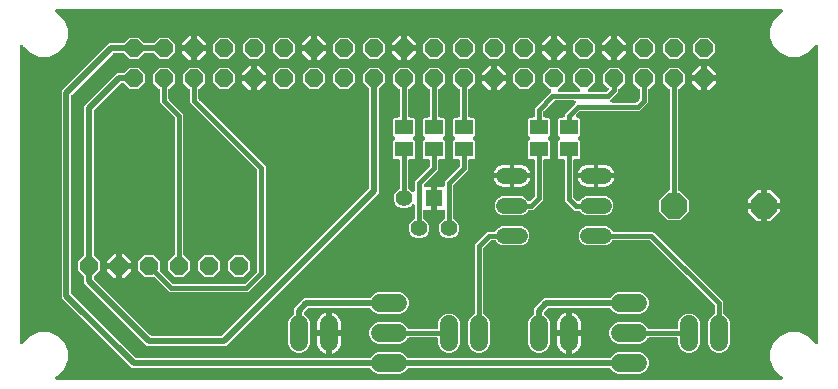
<source format=gbr>
G04 EAGLE Gerber RS-274X export*
G75*
%MOMM*%
%FSLAX34Y34*%
%LPD*%
%INBottom Copper*%
%IPPOS*%
%AMOC8*
5,1,8,0,0,1.08239X$1,22.5*%
G01*
%ADD10P,2.336880X8X202.500000*%
%ADD11P,1.632244X8X22.500000*%
%ADD12C,1.320800*%
%ADD13R,1.500000X1.300000*%
%ADD14P,1.649562X8X202.500000*%
%ADD15R,1.408000X1.408000*%
%ADD16C,1.408000*%
%ADD17C,1.508000*%
%ADD18C,1.524000*%
%ADD19C,0.508000*%
%ADD20C,0.406400*%

G36*
X649374Y5086D02*
X649374Y5086D01*
X649424Y5084D01*
X649546Y5106D01*
X649670Y5121D01*
X649717Y5138D01*
X649767Y5147D01*
X649881Y5196D01*
X649998Y5238D01*
X650040Y5265D01*
X650087Y5286D01*
X650186Y5360D01*
X650291Y5427D01*
X650326Y5463D01*
X650366Y5493D01*
X650447Y5588D01*
X650533Y5678D01*
X650559Y5721D01*
X650591Y5759D01*
X650648Y5870D01*
X650712Y5977D01*
X650727Y6025D01*
X650750Y6070D01*
X650780Y6190D01*
X650818Y6309D01*
X650822Y6359D01*
X650834Y6408D01*
X650836Y6532D01*
X650846Y6656D01*
X650839Y6706D01*
X650839Y6756D01*
X650813Y6878D01*
X650794Y7001D01*
X650776Y7048D01*
X650765Y7097D01*
X650712Y7209D01*
X650666Y7325D01*
X650637Y7366D01*
X650615Y7412D01*
X650538Y7509D01*
X650467Y7611D01*
X650429Y7645D01*
X650398Y7684D01*
X650300Y7761D01*
X650208Y7844D01*
X650164Y7869D01*
X650124Y7900D01*
X649907Y8011D01*
X649025Y8376D01*
X643376Y14025D01*
X640319Y21406D01*
X640319Y29394D01*
X643376Y36775D01*
X649025Y42424D01*
X656406Y45481D01*
X664394Y45481D01*
X671775Y42424D01*
X677424Y36775D01*
X677789Y35893D01*
X677813Y35849D01*
X677830Y35802D01*
X677898Y35697D01*
X677958Y35589D01*
X677992Y35551D01*
X678019Y35509D01*
X678109Y35423D01*
X678192Y35331D01*
X678234Y35302D01*
X678270Y35267D01*
X678377Y35203D01*
X678479Y35132D01*
X678526Y35114D01*
X678569Y35088D01*
X678687Y35050D01*
X678803Y35005D01*
X678853Y34997D01*
X678901Y34982D01*
X679025Y34972D01*
X679148Y34954D01*
X679198Y34958D01*
X679248Y34954D01*
X679371Y34972D01*
X679495Y34983D01*
X679543Y34998D01*
X679593Y35006D01*
X679709Y35052D01*
X679827Y35090D01*
X679870Y35116D01*
X679917Y35134D01*
X680019Y35205D01*
X680125Y35269D01*
X680162Y35305D01*
X680203Y35333D01*
X680286Y35426D01*
X680375Y35512D01*
X680403Y35555D01*
X680436Y35592D01*
X680497Y35701D01*
X680564Y35806D01*
X680580Y35853D01*
X680605Y35897D01*
X680639Y36017D01*
X680680Y36134D01*
X680686Y36184D01*
X680700Y36232D01*
X680719Y36476D01*
X680719Y287374D01*
X680714Y287424D01*
X680716Y287474D01*
X680694Y287596D01*
X680679Y287720D01*
X680662Y287767D01*
X680653Y287817D01*
X680604Y287931D01*
X680562Y288048D01*
X680535Y288090D01*
X680514Y288137D01*
X680440Y288236D01*
X680373Y288341D01*
X680337Y288376D01*
X680307Y288416D01*
X680212Y288497D01*
X680122Y288583D01*
X680079Y288609D01*
X680041Y288641D01*
X679930Y288698D01*
X679823Y288762D01*
X679775Y288777D01*
X679730Y288800D01*
X679610Y288830D01*
X679491Y288868D01*
X679441Y288872D01*
X679392Y288884D01*
X679268Y288886D01*
X679144Y288896D01*
X679094Y288889D01*
X679044Y288889D01*
X678922Y288863D01*
X678799Y288844D01*
X678752Y288826D01*
X678703Y288815D01*
X678591Y288762D01*
X678475Y288716D01*
X678434Y288687D01*
X678388Y288665D01*
X678291Y288588D01*
X678189Y288517D01*
X678155Y288479D01*
X678116Y288448D01*
X678039Y288350D01*
X677956Y288258D01*
X677931Y288214D01*
X677900Y288174D01*
X677789Y287957D01*
X677424Y287075D01*
X671775Y281426D01*
X664394Y278369D01*
X656406Y278369D01*
X649025Y281426D01*
X643376Y287075D01*
X640319Y294456D01*
X640319Y302444D01*
X643376Y309825D01*
X649025Y315474D01*
X649907Y315839D01*
X649951Y315863D01*
X649998Y315880D01*
X650103Y315948D01*
X650211Y316008D01*
X650249Y316042D01*
X650291Y316069D01*
X650377Y316159D01*
X650469Y316242D01*
X650498Y316284D01*
X650533Y316320D01*
X650597Y316427D01*
X650668Y316529D01*
X650686Y316576D01*
X650712Y316619D01*
X650750Y316737D01*
X650795Y316853D01*
X650803Y316903D01*
X650818Y316951D01*
X650828Y317075D01*
X650846Y317198D01*
X650842Y317248D01*
X650846Y317298D01*
X650828Y317421D01*
X650817Y317545D01*
X650802Y317593D01*
X650794Y317643D01*
X650748Y317759D01*
X650710Y317877D01*
X650684Y317920D01*
X650666Y317967D01*
X650595Y318069D01*
X650531Y318175D01*
X650495Y318212D01*
X650467Y318253D01*
X650374Y318336D01*
X650288Y318425D01*
X650245Y318453D01*
X650208Y318486D01*
X650099Y318547D01*
X649994Y318614D01*
X649947Y318630D01*
X649903Y318655D01*
X649783Y318689D01*
X649666Y318730D01*
X649616Y318736D01*
X649568Y318750D01*
X649324Y318769D01*
X36476Y318769D01*
X36426Y318764D01*
X36376Y318766D01*
X36254Y318744D01*
X36130Y318729D01*
X36083Y318712D01*
X36033Y318703D01*
X35919Y318654D01*
X35802Y318612D01*
X35760Y318585D01*
X35713Y318564D01*
X35614Y318490D01*
X35509Y318423D01*
X35474Y318387D01*
X35434Y318357D01*
X35353Y318262D01*
X35267Y318172D01*
X35241Y318129D01*
X35209Y318091D01*
X35152Y317980D01*
X35088Y317873D01*
X35073Y317825D01*
X35050Y317780D01*
X35020Y317660D01*
X34982Y317541D01*
X34978Y317491D01*
X34966Y317442D01*
X34964Y317318D01*
X34954Y317194D01*
X34961Y317144D01*
X34961Y317094D01*
X34987Y316972D01*
X35006Y316849D01*
X35024Y316802D01*
X35035Y316753D01*
X35088Y316641D01*
X35134Y316525D01*
X35163Y316484D01*
X35185Y316438D01*
X35262Y316341D01*
X35333Y316239D01*
X35371Y316205D01*
X35402Y316166D01*
X35500Y316089D01*
X35592Y316006D01*
X35636Y315981D01*
X35676Y315950D01*
X35893Y315839D01*
X36775Y315474D01*
X42424Y309825D01*
X45481Y302444D01*
X45481Y294456D01*
X42424Y287075D01*
X36775Y281426D01*
X29394Y278369D01*
X21406Y278369D01*
X14025Y281426D01*
X8376Y287075D01*
X8011Y287957D01*
X7987Y288001D01*
X7970Y288048D01*
X7902Y288153D01*
X7842Y288261D01*
X7808Y288299D01*
X7781Y288341D01*
X7691Y288427D01*
X7608Y288519D01*
X7566Y288548D01*
X7530Y288583D01*
X7423Y288647D01*
X7321Y288718D01*
X7274Y288736D01*
X7231Y288762D01*
X7113Y288800D01*
X6997Y288845D01*
X6947Y288853D01*
X6899Y288868D01*
X6775Y288878D01*
X6652Y288896D01*
X6602Y288892D01*
X6552Y288896D01*
X6429Y288878D01*
X6305Y288867D01*
X6257Y288852D01*
X6207Y288844D01*
X6091Y288798D01*
X5973Y288760D01*
X5930Y288734D01*
X5883Y288716D01*
X5781Y288645D01*
X5675Y288581D01*
X5638Y288545D01*
X5597Y288517D01*
X5514Y288424D01*
X5425Y288338D01*
X5397Y288295D01*
X5364Y288258D01*
X5303Y288149D01*
X5236Y288044D01*
X5220Y287997D01*
X5195Y287953D01*
X5161Y287833D01*
X5120Y287716D01*
X5114Y287666D01*
X5100Y287618D01*
X5081Y287374D01*
X5081Y36476D01*
X5086Y36426D01*
X5084Y36376D01*
X5106Y36254D01*
X5121Y36130D01*
X5138Y36083D01*
X5147Y36033D01*
X5196Y35919D01*
X5238Y35802D01*
X5265Y35760D01*
X5286Y35713D01*
X5360Y35614D01*
X5427Y35509D01*
X5463Y35474D01*
X5493Y35434D01*
X5588Y35353D01*
X5678Y35267D01*
X5721Y35241D01*
X5759Y35209D01*
X5870Y35152D01*
X5977Y35088D01*
X6025Y35073D01*
X6070Y35050D01*
X6190Y35020D01*
X6309Y34982D01*
X6359Y34978D01*
X6408Y34966D01*
X6532Y34964D01*
X6656Y34954D01*
X6706Y34961D01*
X6756Y34961D01*
X6878Y34987D01*
X7001Y35006D01*
X7048Y35024D01*
X7097Y35035D01*
X7209Y35088D01*
X7325Y35134D01*
X7366Y35163D01*
X7412Y35185D01*
X7509Y35262D01*
X7611Y35333D01*
X7645Y35371D01*
X7684Y35402D01*
X7761Y35500D01*
X7844Y35592D01*
X7869Y35636D01*
X7900Y35676D01*
X8011Y35893D01*
X8376Y36775D01*
X14025Y42424D01*
X21406Y45481D01*
X29394Y45481D01*
X36775Y42424D01*
X42424Y36775D01*
X45481Y29394D01*
X45481Y21406D01*
X42424Y14025D01*
X36775Y8376D01*
X35893Y8011D01*
X35849Y7987D01*
X35802Y7970D01*
X35697Y7902D01*
X35589Y7842D01*
X35551Y7808D01*
X35509Y7781D01*
X35423Y7691D01*
X35331Y7608D01*
X35302Y7566D01*
X35267Y7530D01*
X35203Y7423D01*
X35132Y7321D01*
X35114Y7274D01*
X35088Y7231D01*
X35050Y7113D01*
X35005Y6997D01*
X34997Y6947D01*
X34982Y6899D01*
X34972Y6775D01*
X34954Y6652D01*
X34958Y6602D01*
X34954Y6552D01*
X34972Y6429D01*
X34983Y6305D01*
X34998Y6257D01*
X35006Y6207D01*
X35052Y6091D01*
X35090Y5973D01*
X35116Y5930D01*
X35134Y5883D01*
X35205Y5781D01*
X35269Y5675D01*
X35305Y5638D01*
X35333Y5597D01*
X35426Y5514D01*
X35512Y5425D01*
X35555Y5397D01*
X35592Y5364D01*
X35701Y5303D01*
X35806Y5236D01*
X35853Y5220D01*
X35897Y5195D01*
X36017Y5161D01*
X36134Y5120D01*
X36184Y5114D01*
X36232Y5100D01*
X36476Y5081D01*
X649324Y5081D01*
X649374Y5086D01*
G37*
%LPC*%
G36*
X308061Y9905D02*
X308061Y9905D01*
X304700Y11298D01*
X302127Y13870D01*
X302055Y14045D01*
X302018Y14112D01*
X301990Y14183D01*
X301933Y14264D01*
X301886Y14350D01*
X301834Y14406D01*
X301791Y14469D01*
X301718Y14535D01*
X301652Y14608D01*
X301589Y14651D01*
X301532Y14702D01*
X301446Y14750D01*
X301365Y14806D01*
X301294Y14834D01*
X301227Y14871D01*
X301132Y14898D01*
X301041Y14934D01*
X300965Y14945D01*
X300891Y14966D01*
X300743Y14978D01*
X300696Y14985D01*
X300677Y14983D01*
X300648Y14985D01*
X99916Y14985D01*
X40385Y74516D01*
X40385Y249334D01*
X80866Y289815D01*
X92214Y289815D01*
X92340Y289829D01*
X92466Y289836D01*
X92513Y289849D01*
X92561Y289855D01*
X92680Y289897D01*
X92801Y289932D01*
X92843Y289956D01*
X92889Y289972D01*
X92995Y290041D01*
X93105Y290102D01*
X93151Y290142D01*
X93181Y290161D01*
X93215Y290196D01*
X93291Y290261D01*
X97845Y294815D01*
X105355Y294815D01*
X109909Y290261D01*
X110008Y290182D01*
X110101Y290098D01*
X110144Y290074D01*
X110182Y290044D01*
X110296Y289990D01*
X110406Y289929D01*
X110453Y289916D01*
X110497Y289895D01*
X110620Y289869D01*
X110742Y289834D01*
X110803Y289829D01*
X110837Y289822D01*
X110885Y289823D01*
X110986Y289815D01*
X117614Y289815D01*
X117740Y289829D01*
X117866Y289836D01*
X117913Y289849D01*
X117961Y289855D01*
X118080Y289897D01*
X118201Y289932D01*
X118243Y289956D01*
X118289Y289972D01*
X118395Y290041D01*
X118505Y290102D01*
X118551Y290142D01*
X118581Y290161D01*
X118615Y290196D01*
X118691Y290261D01*
X123245Y294815D01*
X130755Y294815D01*
X136065Y289505D01*
X136065Y281995D01*
X130755Y276685D01*
X123245Y276685D01*
X118691Y281239D01*
X118592Y281318D01*
X118499Y281402D01*
X118456Y281426D01*
X118418Y281456D01*
X118304Y281510D01*
X118194Y281571D01*
X118147Y281584D01*
X118103Y281605D01*
X117980Y281631D01*
X117858Y281666D01*
X117797Y281671D01*
X117763Y281678D01*
X117715Y281677D01*
X117614Y281685D01*
X110986Y281685D01*
X110860Y281671D01*
X110734Y281664D01*
X110687Y281651D01*
X110639Y281645D01*
X110520Y281603D01*
X110399Y281568D01*
X110357Y281544D01*
X110311Y281528D01*
X110205Y281459D01*
X110095Y281398D01*
X110049Y281358D01*
X110019Y281339D01*
X109985Y281304D01*
X109909Y281239D01*
X105355Y276685D01*
X97845Y276685D01*
X93291Y281239D01*
X93192Y281318D01*
X93099Y281402D01*
X93056Y281426D01*
X93018Y281456D01*
X92904Y281510D01*
X92794Y281571D01*
X92747Y281584D01*
X92703Y281605D01*
X92580Y281631D01*
X92458Y281666D01*
X92397Y281671D01*
X92363Y281678D01*
X92315Y281677D01*
X92214Y281685D01*
X84865Y281685D01*
X84739Y281671D01*
X84613Y281664D01*
X84566Y281651D01*
X84518Y281645D01*
X84399Y281603D01*
X84278Y281568D01*
X84236Y281544D01*
X84190Y281528D01*
X84084Y281459D01*
X83974Y281398D01*
X83928Y281358D01*
X83898Y281339D01*
X83864Y281304D01*
X83788Y281239D01*
X48961Y246412D01*
X48882Y246313D01*
X48798Y246220D01*
X48774Y246177D01*
X48744Y246139D01*
X48690Y246025D01*
X48629Y245915D01*
X48616Y245868D01*
X48595Y245824D01*
X48569Y245701D01*
X48534Y245579D01*
X48529Y245518D01*
X48522Y245484D01*
X48523Y245436D01*
X48515Y245335D01*
X48515Y78515D01*
X48529Y78389D01*
X48536Y78263D01*
X48549Y78216D01*
X48555Y78168D01*
X48597Y78049D01*
X48632Y77928D01*
X48656Y77886D01*
X48672Y77840D01*
X48741Y77734D01*
X48802Y77624D01*
X48842Y77578D01*
X48861Y77548D01*
X48896Y77514D01*
X48961Y77438D01*
X102838Y23561D01*
X102937Y23482D01*
X103030Y23398D01*
X103073Y23374D01*
X103111Y23344D01*
X103225Y23290D01*
X103335Y23229D01*
X103382Y23216D01*
X103426Y23195D01*
X103549Y23169D01*
X103671Y23134D01*
X103732Y23129D01*
X103766Y23122D01*
X103814Y23123D01*
X103915Y23115D01*
X300648Y23115D01*
X300724Y23123D01*
X300800Y23122D01*
X300896Y23143D01*
X300994Y23155D01*
X301066Y23180D01*
X301141Y23197D01*
X301229Y23239D01*
X301322Y23272D01*
X301386Y23314D01*
X301455Y23346D01*
X301532Y23408D01*
X301615Y23461D01*
X301668Y23516D01*
X301728Y23564D01*
X301789Y23641D01*
X301857Y23712D01*
X301896Y23777D01*
X301944Y23837D01*
X302012Y23970D01*
X302036Y24011D01*
X302042Y24029D01*
X302055Y24055D01*
X302127Y24230D01*
X304700Y26802D01*
X308061Y28195D01*
X326939Y28195D01*
X330300Y26802D01*
X332873Y24230D01*
X332945Y24055D01*
X332982Y23988D01*
X333010Y23917D01*
X333067Y23836D01*
X333114Y23750D01*
X333166Y23694D01*
X333209Y23631D01*
X333282Y23565D01*
X333348Y23492D01*
X333411Y23449D01*
X333468Y23398D01*
X333554Y23350D01*
X333635Y23294D01*
X333706Y23266D01*
X333773Y23229D01*
X333868Y23202D01*
X333959Y23166D01*
X334035Y23155D01*
X334109Y23134D01*
X334257Y23122D01*
X334304Y23115D01*
X334323Y23117D01*
X334352Y23115D01*
X503848Y23115D01*
X503924Y23123D01*
X504000Y23122D01*
X504096Y23143D01*
X504194Y23155D01*
X504266Y23180D01*
X504341Y23197D01*
X504429Y23239D01*
X504522Y23272D01*
X504586Y23314D01*
X504655Y23346D01*
X504732Y23408D01*
X504815Y23461D01*
X504868Y23516D01*
X504928Y23564D01*
X504989Y23641D01*
X505057Y23712D01*
X505096Y23777D01*
X505144Y23837D01*
X505212Y23970D01*
X505236Y24011D01*
X505242Y24029D01*
X505255Y24055D01*
X505327Y24230D01*
X507900Y26802D01*
X511261Y28195D01*
X530139Y28195D01*
X533500Y26802D01*
X536072Y24230D01*
X537465Y20869D01*
X537465Y17231D01*
X536072Y13870D01*
X533500Y11298D01*
X530139Y9905D01*
X511261Y9905D01*
X507900Y11298D01*
X505327Y13870D01*
X505255Y14045D01*
X505218Y14112D01*
X505190Y14183D01*
X505133Y14264D01*
X505086Y14350D01*
X505034Y14406D01*
X504991Y14469D01*
X504918Y14535D01*
X504852Y14608D01*
X504789Y14651D01*
X504732Y14702D01*
X504646Y14750D01*
X504565Y14806D01*
X504494Y14834D01*
X504427Y14871D01*
X504332Y14898D01*
X504241Y14934D01*
X504165Y14945D01*
X504091Y14966D01*
X503943Y14978D01*
X503896Y14985D01*
X503877Y14983D01*
X503848Y14985D01*
X334352Y14985D01*
X334276Y14977D01*
X334200Y14978D01*
X334104Y14957D01*
X334006Y14945D01*
X333934Y14920D01*
X333859Y14903D01*
X333771Y14861D01*
X333678Y14828D01*
X333614Y14786D01*
X333545Y14754D01*
X333468Y14692D01*
X333385Y14639D01*
X333332Y14584D01*
X333272Y14536D01*
X333211Y14459D01*
X333143Y14388D01*
X333104Y14323D01*
X333056Y14263D01*
X332988Y14130D01*
X332964Y14089D01*
X332958Y14071D01*
X332945Y14045D01*
X332873Y13870D01*
X330300Y11298D01*
X326939Y9905D01*
X308061Y9905D01*
G37*
%LPD*%
%LPC*%
G36*
X112616Y34035D02*
X112616Y34035D01*
X59435Y87216D01*
X59435Y92101D01*
X59421Y92227D01*
X59414Y92353D01*
X59401Y92399D01*
X59395Y92447D01*
X59353Y92566D01*
X59318Y92688D01*
X59294Y92730D01*
X59278Y92775D01*
X59209Y92882D01*
X59148Y92992D01*
X59108Y93038D01*
X59089Y93068D01*
X59054Y93102D01*
X58989Y93178D01*
X54355Y97812D01*
X54355Y105388D01*
X58989Y110022D01*
X59068Y110121D01*
X59152Y110215D01*
X59176Y110257D01*
X59206Y110295D01*
X59260Y110409D01*
X59321Y110520D01*
X59334Y110566D01*
X59355Y110610D01*
X59381Y110733D01*
X59416Y110855D01*
X59421Y110916D01*
X59428Y110951D01*
X59427Y110999D01*
X59435Y111099D01*
X59435Y236634D01*
X87216Y264415D01*
X92214Y264415D01*
X92340Y264429D01*
X92466Y264436D01*
X92513Y264449D01*
X92561Y264455D01*
X92680Y264497D01*
X92801Y264532D01*
X92843Y264556D01*
X92889Y264572D01*
X92995Y264641D01*
X93105Y264702D01*
X93151Y264742D01*
X93181Y264761D01*
X93215Y264796D01*
X93291Y264861D01*
X97845Y269415D01*
X105355Y269415D01*
X110665Y264105D01*
X110665Y256595D01*
X105355Y251285D01*
X97845Y251285D01*
X93291Y255839D01*
X93192Y255918D01*
X93099Y256002D01*
X93056Y256026D01*
X93018Y256056D01*
X92904Y256110D01*
X92794Y256171D01*
X92747Y256184D01*
X92703Y256205D01*
X92580Y256231D01*
X92458Y256266D01*
X92397Y256271D01*
X92363Y256278D01*
X92315Y256277D01*
X92214Y256285D01*
X91215Y256285D01*
X91089Y256271D01*
X90963Y256264D01*
X90916Y256251D01*
X90868Y256245D01*
X90749Y256203D01*
X90628Y256168D01*
X90586Y256144D01*
X90540Y256128D01*
X90434Y256059D01*
X90324Y255998D01*
X90278Y255958D01*
X90248Y255939D01*
X90214Y255904D01*
X90138Y255839D01*
X68011Y233712D01*
X67932Y233613D01*
X67848Y233520D01*
X67824Y233477D01*
X67794Y233439D01*
X67740Y233325D01*
X67679Y233215D01*
X67666Y233168D01*
X67645Y233124D01*
X67619Y233001D01*
X67584Y232879D01*
X67579Y232818D01*
X67572Y232784D01*
X67573Y232736D01*
X67565Y232635D01*
X67565Y111099D01*
X67579Y110973D01*
X67586Y110847D01*
X67599Y110801D01*
X67605Y110753D01*
X67647Y110634D01*
X67682Y110512D01*
X67706Y110470D01*
X67722Y110425D01*
X67791Y110318D01*
X67852Y110208D01*
X67892Y110162D01*
X67911Y110132D01*
X67946Y110098D01*
X68011Y110022D01*
X72645Y105388D01*
X72645Y97812D01*
X68011Y93178D01*
X67932Y93079D01*
X67848Y92985D01*
X67824Y92943D01*
X67794Y92905D01*
X67740Y92791D01*
X67679Y92680D01*
X67666Y92634D01*
X67645Y92590D01*
X67619Y92467D01*
X67584Y92345D01*
X67579Y92284D01*
X67572Y92249D01*
X67573Y92201D01*
X67565Y92101D01*
X67565Y91215D01*
X67579Y91089D01*
X67586Y90963D01*
X67599Y90916D01*
X67605Y90868D01*
X67647Y90749D01*
X67682Y90628D01*
X67706Y90586D01*
X67722Y90540D01*
X67791Y90434D01*
X67852Y90324D01*
X67892Y90278D01*
X67911Y90248D01*
X67946Y90214D01*
X68011Y90138D01*
X115538Y42611D01*
X115637Y42532D01*
X115730Y42448D01*
X115773Y42424D01*
X115811Y42394D01*
X115925Y42340D01*
X116035Y42279D01*
X116082Y42266D01*
X116126Y42245D01*
X116249Y42219D01*
X116371Y42184D01*
X116432Y42179D01*
X116466Y42172D01*
X116514Y42173D01*
X116615Y42165D01*
X175485Y42165D01*
X175611Y42179D01*
X175737Y42186D01*
X175784Y42199D01*
X175832Y42205D01*
X175951Y42247D01*
X176072Y42282D01*
X176114Y42306D01*
X176160Y42322D01*
X176266Y42391D01*
X176376Y42452D01*
X176422Y42492D01*
X176452Y42511D01*
X176486Y42546D01*
X176562Y42611D01*
X300289Y166338D01*
X300368Y166437D01*
X300452Y166530D01*
X300476Y166573D01*
X300506Y166611D01*
X300560Y166725D01*
X300621Y166835D01*
X300634Y166882D01*
X300655Y166926D01*
X300681Y167049D01*
X300716Y167171D01*
X300721Y167232D01*
X300728Y167266D01*
X300727Y167314D01*
X300735Y167415D01*
X300735Y250964D01*
X300721Y251090D01*
X300714Y251216D01*
X300701Y251263D01*
X300695Y251311D01*
X300653Y251429D01*
X300618Y251551D01*
X300594Y251593D01*
X300578Y251639D01*
X300509Y251745D01*
X300448Y251855D01*
X300408Y251901D01*
X300389Y251931D01*
X300354Y251965D01*
X300289Y252041D01*
X295735Y256595D01*
X295735Y264105D01*
X301045Y269415D01*
X308555Y269415D01*
X313865Y264105D01*
X313865Y256595D01*
X309311Y252041D01*
X309232Y251942D01*
X309148Y251849D01*
X309124Y251806D01*
X309094Y251768D01*
X309040Y251654D01*
X308979Y251544D01*
X308966Y251497D01*
X308945Y251453D01*
X308919Y251330D01*
X308884Y251208D01*
X308879Y251147D01*
X308872Y251113D01*
X308873Y251065D01*
X308865Y250964D01*
X308865Y163416D01*
X179484Y34035D01*
X112616Y34035D01*
G37*
%LPD*%
%LPC*%
G36*
X413419Y144271D02*
X413419Y144271D01*
X410431Y145509D01*
X408145Y147795D01*
X406907Y150783D01*
X406907Y154017D01*
X408145Y157005D01*
X410431Y159291D01*
X413419Y160529D01*
X429861Y160529D01*
X432849Y159291D01*
X435349Y156790D01*
X435364Y156779D01*
X435389Y156749D01*
X435409Y156735D01*
X435425Y156717D01*
X435549Y156631D01*
X435567Y156618D01*
X435622Y156574D01*
X435634Y156568D01*
X435669Y156542D01*
X435692Y156533D01*
X435712Y156519D01*
X435852Y156463D01*
X435898Y156444D01*
X435938Y156425D01*
X435945Y156423D01*
X435989Y156404D01*
X436013Y156400D01*
X436036Y156391D01*
X436184Y156369D01*
X436257Y156356D01*
X436278Y156351D01*
X436282Y156351D01*
X436332Y156342D01*
X436357Y156344D01*
X436381Y156340D01*
X436531Y156353D01*
X436620Y156357D01*
X436627Y156357D01*
X436628Y156358D01*
X436680Y156360D01*
X436704Y156367D01*
X436728Y156369D01*
X436871Y156415D01*
X437015Y156457D01*
X437037Y156469D01*
X437060Y156476D01*
X437188Y156554D01*
X437319Y156627D01*
X437342Y156646D01*
X437358Y156656D01*
X437392Y156689D01*
X437506Y156786D01*
X440497Y159777D01*
X440576Y159876D01*
X440660Y159970D01*
X440684Y160012D01*
X440714Y160050D01*
X440768Y160164D01*
X440829Y160275D01*
X440842Y160322D01*
X440863Y160365D01*
X440889Y160489D01*
X440924Y160610D01*
X440929Y160671D01*
X440936Y160706D01*
X440935Y160754D01*
X440943Y160854D01*
X440943Y190502D01*
X440940Y190528D01*
X440942Y190554D01*
X440920Y190701D01*
X440903Y190848D01*
X440895Y190873D01*
X440891Y190899D01*
X440836Y191037D01*
X440786Y191176D01*
X440772Y191198D01*
X440762Y191223D01*
X440677Y191344D01*
X440597Y191469D01*
X440578Y191487D01*
X440563Y191509D01*
X440453Y191608D01*
X440346Y191711D01*
X440324Y191725D01*
X440304Y191742D01*
X440174Y191814D01*
X440047Y191890D01*
X440022Y191898D01*
X439999Y191911D01*
X439856Y191951D01*
X439715Y191996D01*
X439689Y191998D01*
X439664Y192006D01*
X439420Y192025D01*
X436368Y192025D01*
X435475Y192918D01*
X435475Y207182D01*
X436767Y208473D01*
X436783Y208493D01*
X436803Y208510D01*
X436891Y208630D01*
X436983Y208746D01*
X436994Y208770D01*
X437010Y208791D01*
X437069Y208927D01*
X437132Y209061D01*
X437138Y209087D01*
X437148Y209111D01*
X437174Y209257D01*
X437206Y209402D01*
X437205Y209428D01*
X437210Y209454D01*
X437202Y209602D01*
X437200Y209750D01*
X437193Y209776D01*
X437192Y209802D01*
X437151Y209944D01*
X437115Y210088D01*
X437103Y210111D01*
X437095Y210137D01*
X437023Y210266D01*
X436955Y210398D01*
X436938Y210418D01*
X436925Y210441D01*
X436767Y210627D01*
X435475Y211918D01*
X435475Y226182D01*
X436368Y227075D01*
X439420Y227075D01*
X439446Y227078D01*
X439472Y227076D01*
X439619Y227098D01*
X439766Y227115D01*
X439791Y227123D01*
X439817Y227127D01*
X439955Y227182D01*
X440094Y227232D01*
X440116Y227246D01*
X440141Y227256D01*
X440262Y227341D01*
X440387Y227421D01*
X440405Y227440D01*
X440427Y227455D01*
X440526Y227565D01*
X440629Y227672D01*
X440643Y227694D01*
X440660Y227714D01*
X440732Y227844D01*
X440808Y227971D01*
X440816Y227996D01*
X440829Y228019D01*
X440869Y228162D01*
X440914Y228303D01*
X440916Y228329D01*
X440924Y228354D01*
X440943Y228598D01*
X440943Y235153D01*
X451927Y246137D01*
X454475Y248685D01*
X454537Y248763D01*
X454607Y248836D01*
X454645Y248900D01*
X454692Y248958D01*
X454734Y249049D01*
X454786Y249135D01*
X454809Y249206D01*
X454840Y249273D01*
X454862Y249371D01*
X454892Y249467D01*
X454898Y249541D01*
X454914Y249614D01*
X454912Y249714D01*
X454920Y249814D01*
X454909Y249888D01*
X454908Y249962D01*
X454883Y250059D01*
X454869Y250159D01*
X454841Y250228D01*
X454823Y250300D01*
X454777Y250389D01*
X454740Y250483D01*
X454697Y250544D01*
X454663Y250610D01*
X454598Y250686D01*
X454541Y250769D01*
X454486Y250819D01*
X454437Y250875D01*
X454357Y250935D01*
X454282Y251002D01*
X454217Y251038D01*
X454157Y251083D01*
X454065Y251122D01*
X453977Y251171D01*
X453905Y251191D01*
X453837Y251221D01*
X453738Y251238D01*
X453642Y251266D01*
X453542Y251274D01*
X453494Y251282D01*
X453458Y251280D01*
X453449Y251281D01*
X448135Y256595D01*
X448135Y264105D01*
X453445Y269415D01*
X460955Y269415D01*
X466265Y264105D01*
X466265Y256595D01*
X460937Y251267D01*
X460874Y251189D01*
X460804Y251116D01*
X460766Y251052D01*
X460720Y250994D01*
X460677Y250903D01*
X460625Y250817D01*
X460603Y250746D01*
X460571Y250679D01*
X460550Y250581D01*
X460519Y250485D01*
X460513Y250411D01*
X460498Y250338D01*
X460499Y250238D01*
X460491Y250138D01*
X460502Y250064D01*
X460504Y249990D01*
X460528Y249893D01*
X460543Y249793D01*
X460570Y249724D01*
X460589Y249652D01*
X460635Y249562D01*
X460672Y249469D01*
X460714Y249408D01*
X460748Y249342D01*
X460813Y249265D01*
X460871Y249183D01*
X460926Y249133D01*
X460974Y249077D01*
X461055Y249017D01*
X461129Y248950D01*
X461194Y248914D01*
X461254Y248869D01*
X461347Y248830D01*
X461434Y248781D01*
X461506Y248761D01*
X461574Y248731D01*
X461673Y248714D01*
X461770Y248686D01*
X461870Y248678D01*
X461917Y248670D01*
X461953Y248672D01*
X462014Y248667D01*
X477786Y248667D01*
X477886Y248678D01*
X477987Y248680D01*
X478059Y248698D01*
X478133Y248707D01*
X478227Y248740D01*
X478325Y248765D01*
X478391Y248799D01*
X478461Y248824D01*
X478545Y248879D01*
X478634Y248925D01*
X478691Y248973D01*
X478754Y249013D01*
X478823Y249085D01*
X478900Y249150D01*
X478944Y249210D01*
X478996Y249264D01*
X479047Y249350D01*
X479107Y249431D01*
X479136Y249499D01*
X479175Y249563D01*
X479205Y249659D01*
X479245Y249751D01*
X479258Y249824D01*
X479281Y249895D01*
X479289Y249995D01*
X479307Y250094D01*
X479303Y250168D01*
X479309Y250242D01*
X479294Y250342D01*
X479289Y250442D01*
X479268Y250513D01*
X479257Y250587D01*
X479220Y250680D01*
X479192Y250777D01*
X479156Y250842D01*
X479128Y250911D01*
X479071Y250993D01*
X479022Y251081D01*
X478957Y251157D01*
X478929Y251197D01*
X478903Y251221D01*
X478863Y251267D01*
X473535Y256595D01*
X473535Y264105D01*
X478845Y269415D01*
X486355Y269415D01*
X491665Y264105D01*
X491665Y256595D01*
X486337Y251267D01*
X486274Y251189D01*
X486204Y251116D01*
X486166Y251052D01*
X486120Y250994D01*
X486077Y250903D01*
X486025Y250817D01*
X486003Y250746D01*
X485971Y250679D01*
X485950Y250581D01*
X485919Y250485D01*
X485913Y250411D01*
X485898Y250338D01*
X485899Y250238D01*
X485891Y250138D01*
X485902Y250064D01*
X485904Y249990D01*
X485928Y249893D01*
X485943Y249793D01*
X485970Y249724D01*
X485989Y249652D01*
X486035Y249562D01*
X486072Y249469D01*
X486114Y249408D01*
X486148Y249342D01*
X486213Y249265D01*
X486271Y249183D01*
X486326Y249133D01*
X486374Y249077D01*
X486455Y249017D01*
X486529Y248950D01*
X486594Y248914D01*
X486654Y248869D01*
X486747Y248830D01*
X486834Y248781D01*
X486906Y248761D01*
X486974Y248731D01*
X487073Y248714D01*
X487170Y248686D01*
X487270Y248678D01*
X487317Y248670D01*
X487353Y248672D01*
X487414Y248667D01*
X500816Y248667D01*
X500941Y248681D01*
X501068Y248688D01*
X501114Y248701D01*
X501162Y248707D01*
X501281Y248749D01*
X501402Y248784D01*
X501445Y248808D01*
X501490Y248824D01*
X501596Y248893D01*
X501707Y248954D01*
X501753Y248994D01*
X501783Y249013D01*
X501816Y249048D01*
X501893Y249113D01*
X503078Y250298D01*
X503095Y250319D01*
X503114Y250336D01*
X503203Y250455D01*
X503295Y250571D01*
X503306Y250595D01*
X503322Y250616D01*
X503380Y250752D01*
X503444Y250886D01*
X503449Y250912D01*
X503460Y250936D01*
X503486Y251082D01*
X503517Y251227D01*
X503517Y251253D01*
X503521Y251279D01*
X503514Y251428D01*
X503511Y251575D01*
X503505Y251601D01*
X503503Y251627D01*
X503462Y251770D01*
X503426Y251913D01*
X503414Y251937D01*
X503407Y251962D01*
X503334Y252092D01*
X503267Y252223D01*
X503250Y252243D01*
X503237Y252266D01*
X503078Y252452D01*
X498935Y256595D01*
X498935Y264105D01*
X504245Y269415D01*
X511755Y269415D01*
X517065Y264105D01*
X517065Y256595D01*
X512003Y251533D01*
X511924Y251434D01*
X511840Y251341D01*
X511816Y251298D01*
X511786Y251260D01*
X511732Y251146D01*
X511671Y251036D01*
X511658Y250989D01*
X511637Y250945D01*
X511611Y250822D01*
X511576Y250700D01*
X511571Y250639D01*
X511564Y250605D01*
X511565Y250557D01*
X511557Y250456D01*
X511557Y248717D01*
X506923Y244083D01*
X505217Y242377D01*
X505155Y242298D01*
X505085Y242226D01*
X505047Y242162D01*
X505000Y242104D01*
X504958Y242013D01*
X504906Y241927D01*
X504883Y241856D01*
X504852Y241789D01*
X504830Y241691D01*
X504800Y241595D01*
X504794Y241521D01*
X504778Y241448D01*
X504780Y241348D01*
X504772Y241248D01*
X504783Y241174D01*
X504784Y241100D01*
X504809Y241003D01*
X504823Y240903D01*
X504851Y240834D01*
X504869Y240762D01*
X504915Y240673D01*
X504952Y240579D01*
X504995Y240518D01*
X505029Y240452D01*
X505094Y240376D01*
X505151Y240293D01*
X505206Y240243D01*
X505255Y240187D01*
X505335Y240127D01*
X505410Y240060D01*
X505475Y240024D01*
X505535Y239979D01*
X505627Y239940D01*
X505715Y239891D01*
X505787Y239871D01*
X505855Y239841D01*
X505954Y239824D01*
X506050Y239796D01*
X506150Y239788D01*
X506198Y239780D01*
X506234Y239782D01*
X506294Y239777D01*
X526216Y239777D01*
X526341Y239791D01*
X526468Y239798D01*
X526514Y239811D01*
X526562Y239817D01*
X526681Y239859D01*
X526802Y239894D01*
X526845Y239918D01*
X526890Y239934D01*
X526996Y240003D01*
X527107Y240064D01*
X527153Y240104D01*
X527183Y240123D01*
X527216Y240158D01*
X527293Y240223D01*
X529397Y242327D01*
X529476Y242426D01*
X529560Y242520D01*
X529584Y242562D01*
X529614Y242600D01*
X529668Y242714D01*
X529729Y242825D01*
X529742Y242872D01*
X529763Y242915D01*
X529789Y243039D01*
X529824Y243160D01*
X529829Y243221D01*
X529836Y243256D01*
X529835Y243304D01*
X529843Y243404D01*
X529843Y250456D01*
X529829Y250582D01*
X529822Y250708D01*
X529809Y250755D01*
X529803Y250803D01*
X529761Y250922D01*
X529726Y251043D01*
X529702Y251085D01*
X529686Y251131D01*
X529617Y251237D01*
X529556Y251347D01*
X529516Y251393D01*
X529497Y251423D01*
X529462Y251457D01*
X529397Y251533D01*
X524335Y256595D01*
X524335Y264105D01*
X529645Y269415D01*
X537155Y269415D01*
X542465Y264105D01*
X542465Y256595D01*
X537403Y251533D01*
X537324Y251434D01*
X537240Y251341D01*
X537216Y251298D01*
X537186Y251260D01*
X537132Y251146D01*
X537071Y251036D01*
X537058Y250989D01*
X537037Y250945D01*
X537011Y250822D01*
X536976Y250700D01*
X536971Y250639D01*
X536964Y250605D01*
X536965Y250557D01*
X536957Y250456D01*
X536957Y239827D01*
X529793Y232663D01*
X479624Y232663D01*
X479499Y232649D01*
X479372Y232642D01*
X479326Y232629D01*
X479278Y232623D01*
X479159Y232581D01*
X479038Y232546D01*
X478995Y232522D01*
X478950Y232506D01*
X478844Y232437D01*
X478733Y232376D01*
X478687Y232336D01*
X478657Y232317D01*
X478623Y232282D01*
X478547Y232217D01*
X476005Y229675D01*
X475943Y229597D01*
X475873Y229524D01*
X475835Y229460D01*
X475788Y229402D01*
X475746Y229311D01*
X475694Y229225D01*
X475671Y229154D01*
X475640Y229087D01*
X475618Y228989D01*
X475588Y228893D01*
X475582Y228819D01*
X475566Y228746D01*
X475568Y228646D01*
X475560Y228546D01*
X475571Y228472D01*
X475572Y228398D01*
X475597Y228301D01*
X475611Y228201D01*
X475639Y228132D01*
X475657Y228060D01*
X475703Y227971D01*
X475740Y227877D01*
X475783Y227816D01*
X475817Y227750D01*
X475882Y227674D01*
X475939Y227591D01*
X475994Y227541D01*
X476043Y227485D01*
X476123Y227425D01*
X476198Y227358D01*
X476263Y227322D01*
X476323Y227277D01*
X476415Y227238D01*
X476503Y227189D01*
X476575Y227169D01*
X476643Y227139D01*
X476742Y227122D01*
X476838Y227094D01*
X476938Y227086D01*
X476986Y227078D01*
X477022Y227080D01*
X477082Y227075D01*
X478032Y227075D01*
X478925Y226182D01*
X478925Y211918D01*
X477633Y210627D01*
X477617Y210607D01*
X477597Y210590D01*
X477509Y210470D01*
X477417Y210354D01*
X477406Y210330D01*
X477390Y210309D01*
X477331Y210173D01*
X477268Y210039D01*
X477262Y210013D01*
X477252Y209989D01*
X477226Y209843D01*
X477194Y209698D01*
X477195Y209672D01*
X477190Y209646D01*
X477198Y209498D01*
X477200Y209350D01*
X477207Y209324D01*
X477208Y209298D01*
X477249Y209156D01*
X477285Y209012D01*
X477297Y208989D01*
X477305Y208963D01*
X477377Y208834D01*
X477445Y208702D01*
X477462Y208682D01*
X477475Y208659D01*
X477633Y208473D01*
X478925Y207182D01*
X478925Y192918D01*
X478032Y192025D01*
X474980Y192025D01*
X474954Y192022D01*
X474928Y192024D01*
X474781Y192002D01*
X474634Y191985D01*
X474609Y191977D01*
X474583Y191973D01*
X474445Y191918D01*
X474306Y191868D01*
X474284Y191854D01*
X474259Y191844D01*
X474138Y191759D01*
X474013Y191679D01*
X473995Y191660D01*
X473973Y191645D01*
X473874Y191535D01*
X473771Y191428D01*
X473757Y191406D01*
X473740Y191386D01*
X473668Y191256D01*
X473592Y191129D01*
X473584Y191104D01*
X473571Y191081D01*
X473531Y190938D01*
X473486Y190797D01*
X473484Y190771D01*
X473476Y190746D01*
X473457Y190502D01*
X473457Y160244D01*
X473471Y160119D01*
X473478Y159992D01*
X473491Y159946D01*
X473497Y159898D01*
X473539Y159779D01*
X473574Y159658D01*
X473598Y159615D01*
X473614Y159570D01*
X473683Y159464D01*
X473744Y159353D01*
X473784Y159307D01*
X473803Y159277D01*
X473838Y159243D01*
X473903Y159167D01*
X476716Y156354D01*
X476833Y156261D01*
X476948Y156164D01*
X476970Y156153D01*
X476989Y156138D01*
X477124Y156073D01*
X477259Y156005D01*
X477282Y155999D01*
X477304Y155989D01*
X477451Y155957D01*
X477597Y155921D01*
X477621Y155920D01*
X477645Y155915D01*
X477794Y155918D01*
X477945Y155916D01*
X477969Y155921D01*
X477993Y155921D01*
X478138Y155958D01*
X478286Y155990D01*
X478308Y156000D01*
X478331Y156006D01*
X478464Y156075D01*
X478600Y156140D01*
X478619Y156155D01*
X478641Y156166D01*
X478755Y156263D01*
X478873Y156357D01*
X478888Y156376D01*
X478906Y156392D01*
X478995Y156513D01*
X479089Y156631D01*
X479102Y156657D01*
X479113Y156672D01*
X479132Y156715D01*
X479200Y156848D01*
X479265Y157005D01*
X481551Y159291D01*
X484539Y160529D01*
X500981Y160529D01*
X503969Y159291D01*
X506255Y157005D01*
X507493Y154017D01*
X507493Y150783D01*
X506255Y147795D01*
X503969Y145509D01*
X500981Y144271D01*
X484539Y144271D01*
X481551Y145509D01*
X479273Y147787D01*
X479174Y147866D01*
X479080Y147950D01*
X479038Y147974D01*
X479000Y148004D01*
X478886Y148058D01*
X478775Y148119D01*
X478729Y148132D01*
X478685Y148153D01*
X478562Y148179D01*
X478440Y148214D01*
X478379Y148219D01*
X478344Y148226D01*
X478296Y148225D01*
X478196Y148233D01*
X474777Y148233D01*
X466343Y156667D01*
X466343Y190502D01*
X466340Y190528D01*
X466342Y190554D01*
X466320Y190701D01*
X466303Y190848D01*
X466295Y190873D01*
X466291Y190899D01*
X466236Y191037D01*
X466186Y191176D01*
X466172Y191198D01*
X466162Y191223D01*
X466077Y191344D01*
X465997Y191469D01*
X465978Y191487D01*
X465963Y191509D01*
X465853Y191608D01*
X465746Y191711D01*
X465724Y191725D01*
X465704Y191742D01*
X465574Y191814D01*
X465447Y191890D01*
X465422Y191898D01*
X465399Y191911D01*
X465256Y191951D01*
X465115Y191996D01*
X465089Y191998D01*
X465064Y192006D01*
X464820Y192025D01*
X461768Y192025D01*
X460875Y192918D01*
X460875Y207182D01*
X462167Y208473D01*
X462183Y208493D01*
X462203Y208510D01*
X462291Y208630D01*
X462383Y208746D01*
X462394Y208770D01*
X462410Y208791D01*
X462469Y208927D01*
X462532Y209061D01*
X462538Y209087D01*
X462548Y209111D01*
X462574Y209257D01*
X462606Y209402D01*
X462605Y209428D01*
X462610Y209454D01*
X462602Y209602D01*
X462600Y209750D01*
X462593Y209776D01*
X462592Y209802D01*
X462551Y209944D01*
X462515Y210088D01*
X462503Y210111D01*
X462495Y210137D01*
X462423Y210266D01*
X462355Y210398D01*
X462338Y210418D01*
X462325Y210441D01*
X462167Y210627D01*
X460875Y211918D01*
X460875Y226182D01*
X461768Y227075D01*
X464820Y227075D01*
X464846Y227078D01*
X464872Y227076D01*
X465019Y227098D01*
X465166Y227115D01*
X465191Y227123D01*
X465217Y227127D01*
X465355Y227182D01*
X465494Y227232D01*
X465516Y227246D01*
X465541Y227256D01*
X465662Y227341D01*
X465787Y227421D01*
X465805Y227440D01*
X465827Y227455D01*
X465926Y227565D01*
X466029Y227672D01*
X466043Y227694D01*
X466060Y227714D01*
X466132Y227844D01*
X466208Y227971D01*
X466216Y227996D01*
X466229Y228019D01*
X466269Y228162D01*
X466314Y228303D01*
X466316Y228329D01*
X466324Y228354D01*
X466343Y228598D01*
X466343Y230073D01*
X473517Y237247D01*
X475223Y238953D01*
X475285Y239032D01*
X475355Y239104D01*
X475393Y239168D01*
X475440Y239226D01*
X475482Y239317D01*
X475534Y239403D01*
X475557Y239474D01*
X475588Y239541D01*
X475610Y239639D01*
X475640Y239735D01*
X475646Y239809D01*
X475662Y239882D01*
X475660Y239982D01*
X475668Y240082D01*
X475657Y240156D01*
X475656Y240230D01*
X475631Y240327D01*
X475617Y240427D01*
X475589Y240496D01*
X475571Y240568D01*
X475525Y240657D01*
X475488Y240751D01*
X475445Y240812D01*
X475411Y240878D01*
X475346Y240954D01*
X475289Y241037D01*
X475234Y241087D01*
X475185Y241143D01*
X475105Y241203D01*
X475030Y241270D01*
X474965Y241306D01*
X474905Y241351D01*
X474813Y241390D01*
X474725Y241439D01*
X474653Y241459D01*
X474585Y241489D01*
X474486Y241506D01*
X474390Y241534D01*
X474290Y241542D01*
X474242Y241550D01*
X474206Y241548D01*
X474146Y241553D01*
X458034Y241553D01*
X457909Y241539D01*
X457782Y241532D01*
X457736Y241519D01*
X457688Y241513D01*
X457569Y241471D01*
X457448Y241436D01*
X457405Y241412D01*
X457360Y241396D01*
X457254Y241327D01*
X457143Y241266D01*
X457097Y241226D01*
X457067Y241207D01*
X457034Y241172D01*
X456957Y241107D01*
X448503Y232653D01*
X448424Y232554D01*
X448340Y232460D01*
X448316Y232418D01*
X448286Y232380D01*
X448232Y232266D01*
X448171Y232155D01*
X448158Y232108D01*
X448137Y232065D01*
X448111Y231941D01*
X448076Y231820D01*
X448071Y231759D01*
X448064Y231724D01*
X448065Y231676D01*
X448057Y231576D01*
X448057Y228598D01*
X448060Y228572D01*
X448058Y228546D01*
X448080Y228399D01*
X448097Y228252D01*
X448105Y228227D01*
X448109Y228201D01*
X448164Y228063D01*
X448214Y227924D01*
X448228Y227902D01*
X448238Y227877D01*
X448323Y227756D01*
X448403Y227631D01*
X448422Y227613D01*
X448437Y227591D01*
X448547Y227492D01*
X448654Y227389D01*
X448676Y227375D01*
X448696Y227358D01*
X448826Y227286D01*
X448953Y227210D01*
X448978Y227202D01*
X449001Y227189D01*
X449144Y227149D01*
X449285Y227104D01*
X449311Y227102D01*
X449336Y227094D01*
X449580Y227075D01*
X452632Y227075D01*
X453525Y226182D01*
X453525Y211918D01*
X452233Y210627D01*
X452217Y210607D01*
X452197Y210590D01*
X452109Y210470D01*
X452017Y210354D01*
X452006Y210330D01*
X451990Y210309D01*
X451931Y210173D01*
X451868Y210039D01*
X451862Y210013D01*
X451852Y209989D01*
X451826Y209843D01*
X451794Y209698D01*
X451795Y209672D01*
X451790Y209646D01*
X451798Y209498D01*
X451800Y209350D01*
X451807Y209324D01*
X451808Y209298D01*
X451849Y209156D01*
X451885Y209012D01*
X451897Y208989D01*
X451905Y208963D01*
X451977Y208834D01*
X452045Y208702D01*
X452062Y208682D01*
X452075Y208659D01*
X452233Y208473D01*
X453525Y207182D01*
X453525Y192918D01*
X452632Y192025D01*
X449580Y192025D01*
X449554Y192022D01*
X449528Y192024D01*
X449381Y192002D01*
X449234Y191985D01*
X449209Y191977D01*
X449183Y191973D01*
X449045Y191918D01*
X448906Y191868D01*
X448884Y191854D01*
X448859Y191844D01*
X448738Y191759D01*
X448613Y191679D01*
X448595Y191660D01*
X448573Y191645D01*
X448474Y191535D01*
X448371Y191428D01*
X448357Y191406D01*
X448340Y191386D01*
X448268Y191256D01*
X448192Y191129D01*
X448184Y191104D01*
X448171Y191081D01*
X448131Y190938D01*
X448086Y190797D01*
X448084Y190771D01*
X448076Y190746D01*
X448057Y190502D01*
X448057Y157277D01*
X439623Y148843D01*
X436587Y148843D01*
X436511Y148835D01*
X436435Y148836D01*
X436338Y148815D01*
X436241Y148803D01*
X436169Y148778D01*
X436094Y148761D01*
X436005Y148719D01*
X435913Y148686D01*
X435848Y148644D01*
X435779Y148612D01*
X435703Y148550D01*
X435620Y148497D01*
X435567Y148442D01*
X435507Y148394D01*
X435446Y148317D01*
X435378Y148246D01*
X435338Y148181D01*
X435291Y148121D01*
X435223Y147988D01*
X435199Y147947D01*
X435193Y147929D01*
X435180Y147903D01*
X435135Y147795D01*
X432849Y145509D01*
X429861Y144271D01*
X413419Y144271D01*
G37*
%LPD*%
%LPC*%
G36*
X341196Y124785D02*
X341196Y124785D01*
X338048Y126089D01*
X335639Y128498D01*
X334335Y131646D01*
X334335Y135054D01*
X335639Y138202D01*
X338048Y140611D01*
X338403Y140758D01*
X338470Y140795D01*
X338541Y140823D01*
X338621Y140879D01*
X338708Y140927D01*
X338764Y140978D01*
X338827Y141022D01*
X338893Y141095D01*
X338966Y141161D01*
X339009Y141224D01*
X339060Y141281D01*
X339108Y141367D01*
X339164Y141448D01*
X339192Y141519D01*
X339208Y141546D01*
X339210Y141551D01*
X339229Y141586D01*
X339256Y141681D01*
X339292Y141772D01*
X339301Y141837D01*
X339314Y141878D01*
X339316Y141893D01*
X339324Y141921D01*
X339336Y142070D01*
X339343Y142117D01*
X339341Y142136D01*
X339343Y142165D01*
X339343Y152103D01*
X339332Y152203D01*
X339330Y152304D01*
X339312Y152376D01*
X339303Y152450D01*
X339270Y152544D01*
X339245Y152642D01*
X339211Y152708D01*
X339186Y152778D01*
X339131Y152862D01*
X339085Y152951D01*
X339037Y153008D01*
X338997Y153071D01*
X338925Y153141D01*
X338860Y153217D01*
X338800Y153261D01*
X338746Y153313D01*
X338660Y153364D01*
X338579Y153424D01*
X338511Y153453D01*
X338447Y153492D01*
X338351Y153522D01*
X338259Y153562D01*
X338186Y153575D01*
X338115Y153598D01*
X338015Y153606D01*
X337916Y153624D01*
X337842Y153620D01*
X337768Y153626D01*
X337668Y153611D01*
X337568Y153606D01*
X337497Y153585D01*
X337423Y153574D01*
X337330Y153537D01*
X337233Y153509D01*
X337168Y153473D01*
X337099Y153445D01*
X337017Y153388D01*
X336929Y153339D01*
X336853Y153274D01*
X336813Y153246D01*
X336789Y153220D01*
X336743Y153181D01*
X335052Y151489D01*
X331904Y150185D01*
X328496Y150185D01*
X325348Y151489D01*
X322939Y153898D01*
X321635Y157046D01*
X321635Y160454D01*
X322939Y163602D01*
X325348Y166011D01*
X325703Y166158D01*
X325770Y166195D01*
X325841Y166223D01*
X325921Y166279D01*
X326008Y166327D01*
X326064Y166378D01*
X326127Y166422D01*
X326193Y166495D01*
X326266Y166561D01*
X326309Y166624D01*
X326360Y166681D01*
X326408Y166767D01*
X326464Y166848D01*
X326492Y166919D01*
X326529Y166986D01*
X326556Y167081D01*
X326592Y167172D01*
X326603Y167248D01*
X326624Y167321D01*
X326636Y167470D01*
X326643Y167517D01*
X326641Y167536D01*
X326643Y167565D01*
X326643Y190502D01*
X326640Y190528D01*
X326642Y190554D01*
X326620Y190701D01*
X326603Y190848D01*
X326595Y190873D01*
X326591Y190899D01*
X326536Y191037D01*
X326486Y191176D01*
X326472Y191198D01*
X326462Y191223D01*
X326377Y191344D01*
X326297Y191469D01*
X326278Y191487D01*
X326263Y191509D01*
X326153Y191608D01*
X326046Y191711D01*
X326024Y191725D01*
X326004Y191742D01*
X325874Y191814D01*
X325747Y191890D01*
X325722Y191898D01*
X325699Y191911D01*
X325556Y191951D01*
X325415Y191996D01*
X325389Y191998D01*
X325364Y192006D01*
X325120Y192025D01*
X322068Y192025D01*
X321175Y192918D01*
X321175Y207182D01*
X322467Y208473D01*
X322483Y208493D01*
X322503Y208510D01*
X322591Y208630D01*
X322683Y208746D01*
X322694Y208770D01*
X322710Y208791D01*
X322769Y208927D01*
X322832Y209061D01*
X322838Y209087D01*
X322848Y209111D01*
X322874Y209257D01*
X322906Y209402D01*
X322905Y209428D01*
X322910Y209454D01*
X322902Y209602D01*
X322900Y209750D01*
X322893Y209776D01*
X322892Y209802D01*
X322851Y209944D01*
X322815Y210088D01*
X322803Y210111D01*
X322795Y210137D01*
X322723Y210266D01*
X322655Y210398D01*
X322638Y210418D01*
X322625Y210441D01*
X322467Y210627D01*
X321175Y211918D01*
X321175Y226182D01*
X322068Y227075D01*
X325120Y227075D01*
X325146Y227078D01*
X325172Y227076D01*
X325319Y227098D01*
X325466Y227115D01*
X325491Y227123D01*
X325517Y227127D01*
X325655Y227182D01*
X325794Y227232D01*
X325816Y227246D01*
X325841Y227256D01*
X325962Y227341D01*
X326087Y227421D01*
X326105Y227440D01*
X326127Y227455D01*
X326226Y227565D01*
X326329Y227672D01*
X326343Y227694D01*
X326360Y227714D01*
X326432Y227844D01*
X326508Y227971D01*
X326516Y227996D01*
X326529Y228019D01*
X326569Y228162D01*
X326614Y228303D01*
X326616Y228329D01*
X326624Y228354D01*
X326643Y228598D01*
X326643Y250456D01*
X326629Y250582D01*
X326622Y250708D01*
X326609Y250755D01*
X326603Y250803D01*
X326561Y250921D01*
X326526Y251043D01*
X326502Y251085D01*
X326486Y251131D01*
X326417Y251237D01*
X326356Y251347D01*
X326316Y251393D01*
X326297Y251423D01*
X326262Y251457D01*
X326197Y251533D01*
X321135Y256595D01*
X321135Y264105D01*
X326445Y269415D01*
X333955Y269415D01*
X339265Y264105D01*
X339265Y256595D01*
X334203Y251533D01*
X334124Y251434D01*
X334040Y251341D01*
X334016Y251298D01*
X333986Y251260D01*
X333932Y251146D01*
X333871Y251036D01*
X333858Y250989D01*
X333837Y250945D01*
X333811Y250822D01*
X333776Y250700D01*
X333771Y250639D01*
X333764Y250605D01*
X333765Y250557D01*
X333757Y250456D01*
X333757Y228598D01*
X333760Y228572D01*
X333758Y228546D01*
X333780Y228399D01*
X333797Y228252D01*
X333805Y228227D01*
X333809Y228201D01*
X333864Y228063D01*
X333914Y227924D01*
X333928Y227902D01*
X333938Y227877D01*
X334023Y227756D01*
X334103Y227631D01*
X334122Y227613D01*
X334137Y227591D01*
X334247Y227492D01*
X334354Y227389D01*
X334376Y227375D01*
X334396Y227358D01*
X334526Y227286D01*
X334653Y227210D01*
X334678Y227202D01*
X334701Y227189D01*
X334844Y227149D01*
X334985Y227104D01*
X335011Y227102D01*
X335036Y227094D01*
X335280Y227075D01*
X338332Y227075D01*
X339225Y226182D01*
X339225Y211918D01*
X337933Y210627D01*
X337917Y210607D01*
X337897Y210590D01*
X337809Y210470D01*
X337717Y210354D01*
X337706Y210330D01*
X337690Y210309D01*
X337631Y210173D01*
X337568Y210039D01*
X337562Y210013D01*
X337552Y209989D01*
X337526Y209843D01*
X337494Y209698D01*
X337495Y209672D01*
X337490Y209646D01*
X337498Y209498D01*
X337500Y209350D01*
X337507Y209324D01*
X337508Y209298D01*
X337549Y209156D01*
X337585Y209012D01*
X337597Y208989D01*
X337605Y208963D01*
X337677Y208834D01*
X337745Y208702D01*
X337762Y208682D01*
X337775Y208659D01*
X337933Y208473D01*
X339225Y207182D01*
X339225Y192918D01*
X338332Y192025D01*
X335280Y192025D01*
X335254Y192022D01*
X335228Y192024D01*
X335081Y192002D01*
X334934Y191985D01*
X334909Y191977D01*
X334883Y191973D01*
X334745Y191918D01*
X334606Y191868D01*
X334584Y191854D01*
X334559Y191844D01*
X334438Y191759D01*
X334313Y191679D01*
X334295Y191660D01*
X334273Y191645D01*
X334174Y191535D01*
X334071Y191428D01*
X334057Y191406D01*
X334040Y191386D01*
X333968Y191256D01*
X333892Y191129D01*
X333884Y191104D01*
X333871Y191081D01*
X333831Y190938D01*
X333786Y190797D01*
X333784Y190771D01*
X333776Y190746D01*
X333757Y190502D01*
X333757Y167565D01*
X333765Y167489D01*
X333764Y167413D01*
X333785Y167316D01*
X333797Y167219D01*
X333822Y167147D01*
X333839Y167072D01*
X333881Y166983D01*
X333914Y166891D01*
X333956Y166826D01*
X333988Y166757D01*
X334050Y166680D01*
X334103Y166598D01*
X334158Y166545D01*
X334206Y166485D01*
X334283Y166424D01*
X334354Y166356D01*
X334419Y166316D01*
X334479Y166269D01*
X334613Y166201D01*
X334653Y166177D01*
X334671Y166171D01*
X334697Y166158D01*
X335052Y166011D01*
X336743Y164319D01*
X336821Y164257D01*
X336894Y164187D01*
X336958Y164149D01*
X337016Y164103D01*
X337107Y164060D01*
X337193Y164008D01*
X337264Y163986D01*
X337331Y163954D01*
X337429Y163933D01*
X337525Y163902D01*
X337599Y163896D01*
X337672Y163881D01*
X337772Y163882D01*
X337872Y163874D01*
X337946Y163885D01*
X338020Y163886D01*
X338117Y163911D01*
X338217Y163926D01*
X338286Y163953D01*
X338358Y163971D01*
X338447Y164017D01*
X338541Y164055D01*
X338602Y164097D01*
X338668Y164131D01*
X338744Y164196D01*
X338827Y164254D01*
X338877Y164309D01*
X338933Y164357D01*
X338993Y164438D01*
X339060Y164512D01*
X339096Y164577D01*
X339141Y164637D01*
X339180Y164729D01*
X339229Y164817D01*
X339249Y164889D01*
X339279Y164957D01*
X339296Y165056D01*
X339324Y165153D01*
X339332Y165253D01*
X339340Y165300D01*
X339338Y165336D01*
X339343Y165397D01*
X339343Y172923D01*
X351597Y185177D01*
X351676Y185276D01*
X351760Y185370D01*
X351784Y185412D01*
X351814Y185450D01*
X351868Y185564D01*
X351929Y185675D01*
X351942Y185722D01*
X351963Y185765D01*
X351989Y185889D01*
X352024Y186010D01*
X352029Y186071D01*
X352036Y186106D01*
X352035Y186154D01*
X352043Y186254D01*
X352043Y190502D01*
X352040Y190528D01*
X352042Y190554D01*
X352020Y190701D01*
X352003Y190848D01*
X351995Y190873D01*
X351991Y190899D01*
X351936Y191037D01*
X351886Y191176D01*
X351872Y191198D01*
X351862Y191223D01*
X351777Y191344D01*
X351697Y191469D01*
X351678Y191487D01*
X351663Y191509D01*
X351553Y191608D01*
X351446Y191711D01*
X351424Y191725D01*
X351404Y191742D01*
X351274Y191814D01*
X351147Y191890D01*
X351122Y191898D01*
X351099Y191911D01*
X350956Y191951D01*
X350815Y191996D01*
X350789Y191998D01*
X350764Y192006D01*
X350520Y192025D01*
X347468Y192025D01*
X346575Y192918D01*
X346575Y207182D01*
X347867Y208473D01*
X347883Y208493D01*
X347903Y208510D01*
X347991Y208630D01*
X348083Y208746D01*
X348094Y208770D01*
X348110Y208791D01*
X348169Y208927D01*
X348232Y209061D01*
X348238Y209087D01*
X348248Y209111D01*
X348274Y209257D01*
X348306Y209402D01*
X348305Y209428D01*
X348310Y209454D01*
X348302Y209602D01*
X348300Y209750D01*
X348293Y209776D01*
X348292Y209802D01*
X348251Y209944D01*
X348215Y210088D01*
X348203Y210111D01*
X348195Y210137D01*
X348123Y210266D01*
X348055Y210398D01*
X348038Y210418D01*
X348025Y210441D01*
X347867Y210627D01*
X346575Y211918D01*
X346575Y226182D01*
X347468Y227075D01*
X350520Y227075D01*
X350546Y227078D01*
X350572Y227076D01*
X350719Y227098D01*
X350866Y227115D01*
X350891Y227123D01*
X350917Y227127D01*
X351055Y227182D01*
X351194Y227232D01*
X351216Y227246D01*
X351241Y227256D01*
X351362Y227341D01*
X351487Y227421D01*
X351505Y227440D01*
X351527Y227455D01*
X351626Y227565D01*
X351729Y227672D01*
X351743Y227694D01*
X351760Y227714D01*
X351832Y227844D01*
X351908Y227971D01*
X351916Y227996D01*
X351929Y228019D01*
X351969Y228162D01*
X352014Y228303D01*
X352016Y228329D01*
X352024Y228354D01*
X352043Y228598D01*
X352043Y250456D01*
X352029Y250582D01*
X352022Y250708D01*
X352009Y250755D01*
X352003Y250803D01*
X351961Y250921D01*
X351926Y251043D01*
X351902Y251085D01*
X351886Y251131D01*
X351817Y251237D01*
X351756Y251347D01*
X351716Y251393D01*
X351697Y251423D01*
X351662Y251457D01*
X351597Y251533D01*
X346535Y256595D01*
X346535Y264105D01*
X351845Y269415D01*
X359355Y269415D01*
X364665Y264105D01*
X364665Y256595D01*
X359603Y251533D01*
X359524Y251434D01*
X359440Y251341D01*
X359416Y251298D01*
X359386Y251260D01*
X359332Y251146D01*
X359271Y251036D01*
X359258Y250989D01*
X359237Y250945D01*
X359211Y250822D01*
X359176Y250700D01*
X359171Y250639D01*
X359164Y250605D01*
X359165Y250557D01*
X359157Y250456D01*
X359157Y228598D01*
X359160Y228572D01*
X359158Y228546D01*
X359180Y228399D01*
X359197Y228252D01*
X359205Y228227D01*
X359209Y228201D01*
X359264Y228063D01*
X359314Y227924D01*
X359328Y227902D01*
X359338Y227877D01*
X359423Y227756D01*
X359503Y227631D01*
X359522Y227613D01*
X359537Y227591D01*
X359647Y227492D01*
X359754Y227389D01*
X359776Y227375D01*
X359796Y227358D01*
X359926Y227286D01*
X360053Y227210D01*
X360078Y227202D01*
X360101Y227189D01*
X360244Y227149D01*
X360385Y227104D01*
X360411Y227102D01*
X360436Y227094D01*
X360680Y227075D01*
X363732Y227075D01*
X364625Y226182D01*
X364625Y211918D01*
X363333Y210627D01*
X363317Y210607D01*
X363297Y210590D01*
X363209Y210470D01*
X363117Y210354D01*
X363106Y210330D01*
X363090Y210309D01*
X363031Y210173D01*
X362968Y210039D01*
X362962Y210013D01*
X362952Y209989D01*
X362926Y209843D01*
X362894Y209698D01*
X362895Y209672D01*
X362890Y209646D01*
X362898Y209498D01*
X362900Y209350D01*
X362907Y209324D01*
X362908Y209298D01*
X362949Y209156D01*
X362985Y209012D01*
X362997Y208989D01*
X363005Y208963D01*
X363077Y208834D01*
X363145Y208702D01*
X363162Y208682D01*
X363175Y208659D01*
X363333Y208473D01*
X364625Y207182D01*
X364625Y192918D01*
X363732Y192025D01*
X360680Y192025D01*
X360654Y192022D01*
X360628Y192024D01*
X360481Y192002D01*
X360334Y191985D01*
X360309Y191977D01*
X360283Y191973D01*
X360145Y191918D01*
X360006Y191868D01*
X359984Y191854D01*
X359959Y191844D01*
X359838Y191759D01*
X359713Y191679D01*
X359695Y191660D01*
X359673Y191645D01*
X359574Y191535D01*
X359471Y191428D01*
X359457Y191406D01*
X359440Y191386D01*
X359368Y191256D01*
X359292Y191129D01*
X359284Y191104D01*
X359271Y191081D01*
X359231Y190938D01*
X359186Y190797D01*
X359184Y190771D01*
X359176Y190746D01*
X359157Y190502D01*
X359157Y182677D01*
X356627Y180147D01*
X347411Y170931D01*
X347349Y170853D01*
X347279Y170780D01*
X347241Y170716D01*
X347194Y170658D01*
X347152Y170567D01*
X347100Y170481D01*
X347077Y170410D01*
X347046Y170343D01*
X347024Y170245D01*
X346994Y170149D01*
X346988Y170075D01*
X346972Y170002D01*
X346974Y169902D01*
X346966Y169802D01*
X346977Y169728D01*
X346978Y169654D01*
X347003Y169557D01*
X347017Y169457D01*
X347045Y169388D01*
X347063Y169316D01*
X347109Y169226D01*
X347146Y169133D01*
X347189Y169072D01*
X347223Y169006D01*
X347288Y168929D01*
X347345Y168847D01*
X347400Y168797D01*
X347449Y168741D01*
X347529Y168681D01*
X347604Y168614D01*
X347669Y168578D01*
X347729Y168533D01*
X347821Y168494D01*
X347909Y168445D01*
X347981Y168425D01*
X348049Y168395D01*
X348148Y168378D01*
X348244Y168350D01*
X348344Y168342D01*
X348392Y168334D01*
X348428Y168336D01*
X348488Y168331D01*
X353351Y168331D01*
X353351Y159476D01*
X353354Y159450D01*
X353352Y159424D01*
X353374Y159277D01*
X353391Y159130D01*
X353399Y159105D01*
X353403Y159079D01*
X353458Y158942D01*
X353508Y158802D01*
X353522Y158780D01*
X353532Y158755D01*
X353541Y158743D01*
X353486Y158651D01*
X353478Y158626D01*
X353465Y158603D01*
X353425Y158460D01*
X353380Y158319D01*
X353377Y158293D01*
X353370Y158268D01*
X353351Y158024D01*
X353351Y149169D01*
X348106Y149169D01*
X348030Y149181D01*
X347979Y149176D01*
X347928Y149180D01*
X347806Y149162D01*
X347683Y149152D01*
X347634Y149136D01*
X347583Y149129D01*
X347468Y149083D01*
X347351Y149045D01*
X347307Y149019D01*
X347259Y149000D01*
X347158Y148930D01*
X347052Y148866D01*
X347015Y148830D01*
X346973Y148801D01*
X346890Y148709D01*
X346802Y148623D01*
X346774Y148580D01*
X346740Y148542D01*
X346680Y148434D01*
X346613Y148330D01*
X346596Y148282D01*
X346571Y148237D01*
X346538Y148118D01*
X346496Y148002D01*
X346490Y147951D01*
X346476Y147902D01*
X346457Y147658D01*
X346457Y142165D01*
X346459Y142142D01*
X346458Y142121D01*
X346465Y142071D01*
X346464Y142013D01*
X346485Y141916D01*
X346497Y141819D01*
X346508Y141788D01*
X346509Y141776D01*
X346524Y141740D01*
X346539Y141672D01*
X346581Y141583D01*
X346614Y141491D01*
X346637Y141455D01*
X346638Y141452D01*
X346648Y141439D01*
X346656Y141426D01*
X346688Y141357D01*
X346750Y141280D01*
X346803Y141198D01*
X346858Y141145D01*
X346906Y141085D01*
X346983Y141024D01*
X347054Y140956D01*
X347119Y140916D01*
X347179Y140869D01*
X347313Y140801D01*
X347353Y140777D01*
X347371Y140771D01*
X347397Y140758D01*
X347752Y140611D01*
X350161Y138202D01*
X351465Y135054D01*
X351465Y131646D01*
X350161Y128498D01*
X347752Y126089D01*
X344604Y124785D01*
X341196Y124785D01*
G37*
%LPD*%
%LPC*%
G36*
X131877Y78993D02*
X131877Y78993D01*
X118861Y92009D01*
X118762Y92088D01*
X118668Y92172D01*
X118626Y92196D01*
X118588Y92226D01*
X118474Y92280D01*
X118363Y92341D01*
X118316Y92354D01*
X118273Y92375D01*
X118149Y92401D01*
X118028Y92436D01*
X117967Y92441D01*
X117932Y92448D01*
X117884Y92447D01*
X117784Y92455D01*
X110512Y92455D01*
X105155Y97812D01*
X105155Y105388D01*
X110512Y110745D01*
X118088Y110745D01*
X123445Y105388D01*
X123445Y98116D01*
X123459Y97991D01*
X123466Y97864D01*
X123479Y97818D01*
X123485Y97770D01*
X123527Y97651D01*
X123562Y97530D01*
X123586Y97487D01*
X123602Y97442D01*
X123671Y97336D01*
X123732Y97225D01*
X123772Y97179D01*
X123791Y97149D01*
X123826Y97116D01*
X123891Y97039D01*
X134377Y86553D01*
X134476Y86474D01*
X134570Y86390D01*
X134612Y86366D01*
X134650Y86336D01*
X134764Y86282D01*
X134875Y86221D01*
X134922Y86208D01*
X134965Y86187D01*
X135089Y86161D01*
X135210Y86126D01*
X135271Y86121D01*
X135306Y86114D01*
X135354Y86115D01*
X135454Y86107D01*
X194746Y86107D01*
X194871Y86121D01*
X194998Y86128D01*
X195044Y86141D01*
X195092Y86147D01*
X195211Y86189D01*
X195332Y86224D01*
X195375Y86248D01*
X195420Y86264D01*
X195526Y86333D01*
X195637Y86394D01*
X195683Y86434D01*
X195713Y86453D01*
X195746Y86488D01*
X195823Y86553D01*
X205547Y96277D01*
X205626Y96376D01*
X205710Y96470D01*
X205734Y96512D01*
X205764Y96550D01*
X205818Y96664D01*
X205879Y96775D01*
X205892Y96822D01*
X205913Y96865D01*
X205939Y96989D01*
X205974Y97110D01*
X205979Y97171D01*
X205986Y97206D01*
X205985Y97254D01*
X205993Y97354D01*
X205993Y182046D01*
X205979Y182171D01*
X205972Y182298D01*
X205959Y182344D01*
X205953Y182392D01*
X205911Y182511D01*
X205876Y182632D01*
X205852Y182675D01*
X205836Y182720D01*
X205767Y182826D01*
X205706Y182937D01*
X205666Y182983D01*
X205647Y183013D01*
X205612Y183046D01*
X205547Y183123D01*
X148843Y239827D01*
X148843Y250456D01*
X148829Y250582D01*
X148822Y250708D01*
X148809Y250755D01*
X148803Y250803D01*
X148761Y250921D01*
X148726Y251043D01*
X148702Y251085D01*
X148686Y251131D01*
X148617Y251237D01*
X148556Y251347D01*
X148516Y251393D01*
X148497Y251423D01*
X148462Y251457D01*
X148397Y251533D01*
X143335Y256595D01*
X143335Y264105D01*
X148645Y269415D01*
X156155Y269415D01*
X161465Y264105D01*
X161465Y256595D01*
X156403Y251533D01*
X156324Y251434D01*
X156240Y251341D01*
X156216Y251298D01*
X156186Y251260D01*
X156132Y251146D01*
X156071Y251036D01*
X156058Y250989D01*
X156037Y250945D01*
X156011Y250822D01*
X155976Y250700D01*
X155971Y250639D01*
X155964Y250605D01*
X155965Y250557D01*
X155957Y250456D01*
X155957Y243404D01*
X155971Y243279D01*
X155978Y243152D01*
X155991Y243106D01*
X155997Y243058D01*
X156039Y242939D01*
X156074Y242818D01*
X156098Y242775D01*
X156114Y242730D01*
X156183Y242624D01*
X156244Y242513D01*
X156284Y242467D01*
X156303Y242437D01*
X156338Y242404D01*
X156403Y242327D01*
X213107Y185623D01*
X213107Y93777D01*
X198323Y78993D01*
X131877Y78993D01*
G37*
%LPD*%
%LPC*%
G36*
X595097Y27845D02*
X595097Y27845D01*
X591765Y29225D01*
X589215Y31775D01*
X587835Y35107D01*
X587835Y53793D01*
X589215Y57125D01*
X591765Y59675D01*
X592403Y59939D01*
X592470Y59976D01*
X592541Y60004D01*
X592621Y60060D01*
X592708Y60108D01*
X592764Y60160D01*
X592827Y60203D01*
X592893Y60276D01*
X592966Y60342D01*
X593009Y60405D01*
X593060Y60462D01*
X593108Y60548D01*
X593164Y60629D01*
X593192Y60700D01*
X593229Y60767D01*
X593256Y60862D01*
X593292Y60953D01*
X593303Y61029D01*
X593324Y61102D01*
X593336Y61251D01*
X593343Y61298D01*
X593341Y61317D01*
X593343Y61346D01*
X593343Y67746D01*
X593329Y67871D01*
X593322Y67998D01*
X593309Y68044D01*
X593303Y68092D01*
X593261Y68211D01*
X593226Y68332D01*
X593202Y68375D01*
X593186Y68420D01*
X593117Y68526D01*
X593056Y68637D01*
X593016Y68683D01*
X592997Y68713D01*
X592962Y68746D01*
X592897Y68823D01*
X538723Y122997D01*
X538624Y123076D01*
X538530Y123160D01*
X538488Y123184D01*
X538450Y123214D01*
X538336Y123268D01*
X538225Y123329D01*
X538178Y123342D01*
X538135Y123363D01*
X538011Y123389D01*
X537890Y123424D01*
X537829Y123429D01*
X537794Y123436D01*
X537746Y123435D01*
X537646Y123443D01*
X507707Y123443D01*
X507631Y123435D01*
X507555Y123436D01*
X507458Y123415D01*
X507361Y123403D01*
X507289Y123378D01*
X507214Y123361D01*
X507125Y123319D01*
X507033Y123286D01*
X506968Y123244D01*
X506899Y123212D01*
X506823Y123150D01*
X506740Y123097D01*
X506687Y123042D01*
X506627Y122994D01*
X506566Y122917D01*
X506498Y122846D01*
X506458Y122781D01*
X506411Y122721D01*
X506343Y122588D01*
X506319Y122547D01*
X506313Y122529D01*
X506300Y122503D01*
X506255Y122395D01*
X503969Y120109D01*
X500981Y118871D01*
X484539Y118871D01*
X481551Y120109D01*
X479265Y122395D01*
X478027Y125383D01*
X478027Y128617D01*
X479265Y131605D01*
X481551Y133891D01*
X484539Y135129D01*
X500981Y135129D01*
X503969Y133891D01*
X506255Y131605D01*
X506300Y131497D01*
X506337Y131430D01*
X506365Y131359D01*
X506421Y131279D01*
X506469Y131192D01*
X506520Y131136D01*
X506564Y131073D01*
X506637Y131007D01*
X506703Y130934D01*
X506766Y130891D01*
X506823Y130840D01*
X506909Y130792D01*
X506990Y130736D01*
X507061Y130708D01*
X507128Y130671D01*
X507223Y130644D01*
X507314Y130608D01*
X507390Y130597D01*
X507463Y130576D01*
X507612Y130564D01*
X507659Y130557D01*
X507678Y130559D01*
X507707Y130557D01*
X541223Y130557D01*
X600457Y71323D01*
X600457Y61346D01*
X600465Y61270D01*
X600464Y61194D01*
X600485Y61097D01*
X600497Y61000D01*
X600522Y60928D01*
X600539Y60853D01*
X600581Y60764D01*
X600614Y60672D01*
X600656Y60608D01*
X600688Y60539D01*
X600750Y60462D01*
X600803Y60379D01*
X600858Y60326D01*
X600906Y60266D01*
X600983Y60205D01*
X601054Y60137D01*
X601119Y60097D01*
X601179Y60050D01*
X601312Y59982D01*
X601353Y59958D01*
X601371Y59952D01*
X601397Y59939D01*
X602035Y59675D01*
X604585Y57125D01*
X605965Y53793D01*
X605965Y35107D01*
X604585Y31775D01*
X602035Y29225D01*
X598703Y27845D01*
X595097Y27845D01*
G37*
%LPD*%
%LPC*%
G36*
X366596Y124785D02*
X366596Y124785D01*
X363448Y126089D01*
X361039Y128498D01*
X359735Y131646D01*
X359735Y135054D01*
X361039Y138202D01*
X363448Y140611D01*
X363803Y140758D01*
X363870Y140795D01*
X363941Y140823D01*
X364021Y140879D01*
X364108Y140927D01*
X364164Y140978D01*
X364227Y141022D01*
X364293Y141095D01*
X364366Y141161D01*
X364409Y141224D01*
X364460Y141281D01*
X364508Y141367D01*
X364564Y141448D01*
X364592Y141519D01*
X364608Y141546D01*
X364610Y141551D01*
X364629Y141586D01*
X364656Y141681D01*
X364692Y141772D01*
X364701Y141837D01*
X364714Y141878D01*
X364716Y141893D01*
X364724Y141921D01*
X364736Y142070D01*
X364743Y142117D01*
X364741Y142136D01*
X364743Y142165D01*
X364743Y147658D01*
X364737Y147709D01*
X364740Y147760D01*
X364718Y147882D01*
X364703Y148004D01*
X364686Y148053D01*
X364677Y148103D01*
X364628Y148216D01*
X364586Y148332D01*
X364558Y148375D01*
X364538Y148422D01*
X364464Y148522D01*
X364397Y148625D01*
X364360Y148661D01*
X364329Y148702D01*
X364235Y148782D01*
X364146Y148867D01*
X364102Y148894D01*
X364063Y148927D01*
X363953Y148983D01*
X363847Y149046D01*
X363798Y149062D01*
X363753Y149085D01*
X363633Y149115D01*
X363515Y149152D01*
X363464Y149157D01*
X363414Y149169D01*
X363291Y149171D01*
X363168Y149180D01*
X363117Y149173D01*
X363066Y149174D01*
X363043Y149169D01*
X357849Y149169D01*
X357849Y158024D01*
X357846Y158050D01*
X357848Y158076D01*
X357826Y158223D01*
X357809Y158370D01*
X357801Y158395D01*
X357797Y158421D01*
X357742Y158558D01*
X357692Y158698D01*
X357678Y158720D01*
X357668Y158745D01*
X357659Y158757D01*
X357714Y158849D01*
X357722Y158874D01*
X357735Y158897D01*
X357775Y159040D01*
X357820Y159181D01*
X357822Y159207D01*
X357830Y159232D01*
X357849Y159476D01*
X357849Y168331D01*
X363094Y168331D01*
X363170Y168319D01*
X363221Y168324D01*
X363272Y168320D01*
X363394Y168338D01*
X363517Y168348D01*
X363566Y168364D01*
X363617Y168371D01*
X363732Y168417D01*
X363849Y168455D01*
X363893Y168481D01*
X363941Y168500D01*
X364042Y168570D01*
X364148Y168634D01*
X364185Y168670D01*
X364227Y168699D01*
X364310Y168791D01*
X364398Y168877D01*
X364426Y168920D01*
X364460Y168958D01*
X364520Y169066D01*
X364587Y169170D01*
X364604Y169218D01*
X364629Y169263D01*
X364662Y169382D01*
X364704Y169498D01*
X364710Y169549D01*
X364724Y169598D01*
X364743Y169842D01*
X364743Y172923D01*
X376997Y185177D01*
X377076Y185276D01*
X377160Y185370D01*
X377184Y185412D01*
X377214Y185450D01*
X377268Y185564D01*
X377329Y185675D01*
X377342Y185722D01*
X377363Y185765D01*
X377389Y185889D01*
X377424Y186010D01*
X377429Y186071D01*
X377436Y186106D01*
X377435Y186154D01*
X377443Y186254D01*
X377443Y190502D01*
X377440Y190528D01*
X377442Y190554D01*
X377420Y190701D01*
X377403Y190848D01*
X377395Y190873D01*
X377391Y190899D01*
X377336Y191037D01*
X377286Y191176D01*
X377272Y191198D01*
X377262Y191223D01*
X377177Y191344D01*
X377097Y191469D01*
X377078Y191487D01*
X377063Y191509D01*
X376953Y191608D01*
X376846Y191711D01*
X376824Y191725D01*
X376804Y191742D01*
X376674Y191814D01*
X376547Y191890D01*
X376522Y191898D01*
X376499Y191911D01*
X376356Y191951D01*
X376215Y191996D01*
X376189Y191998D01*
X376164Y192006D01*
X375920Y192025D01*
X372868Y192025D01*
X371975Y192918D01*
X371975Y207182D01*
X373267Y208473D01*
X373283Y208493D01*
X373303Y208510D01*
X373391Y208630D01*
X373483Y208746D01*
X373494Y208770D01*
X373510Y208791D01*
X373569Y208927D01*
X373632Y209061D01*
X373638Y209087D01*
X373648Y209111D01*
X373674Y209257D01*
X373706Y209402D01*
X373705Y209428D01*
X373710Y209454D01*
X373702Y209602D01*
X373700Y209750D01*
X373693Y209776D01*
X373692Y209802D01*
X373651Y209944D01*
X373615Y210088D01*
X373603Y210111D01*
X373595Y210137D01*
X373523Y210266D01*
X373455Y210398D01*
X373438Y210418D01*
X373425Y210441D01*
X373267Y210627D01*
X371975Y211918D01*
X371975Y226182D01*
X372868Y227075D01*
X375920Y227075D01*
X375946Y227078D01*
X375972Y227076D01*
X376119Y227098D01*
X376266Y227115D01*
X376291Y227123D01*
X376317Y227127D01*
X376455Y227182D01*
X376594Y227232D01*
X376616Y227246D01*
X376641Y227256D01*
X376762Y227341D01*
X376887Y227421D01*
X376905Y227440D01*
X376927Y227455D01*
X377026Y227565D01*
X377129Y227672D01*
X377143Y227694D01*
X377160Y227714D01*
X377232Y227844D01*
X377308Y227971D01*
X377316Y227996D01*
X377329Y228019D01*
X377369Y228162D01*
X377414Y228303D01*
X377416Y228329D01*
X377424Y228354D01*
X377443Y228598D01*
X377443Y250456D01*
X377429Y250582D01*
X377422Y250708D01*
X377409Y250755D01*
X377403Y250803D01*
X377361Y250921D01*
X377326Y251043D01*
X377302Y251085D01*
X377286Y251131D01*
X377217Y251237D01*
X377156Y251347D01*
X377116Y251393D01*
X377097Y251423D01*
X377062Y251457D01*
X376997Y251533D01*
X371935Y256595D01*
X371935Y264105D01*
X377245Y269415D01*
X384755Y269415D01*
X390065Y264105D01*
X390065Y256595D01*
X385003Y251533D01*
X384924Y251434D01*
X384840Y251341D01*
X384816Y251298D01*
X384786Y251260D01*
X384732Y251146D01*
X384671Y251036D01*
X384658Y250989D01*
X384637Y250945D01*
X384611Y250822D01*
X384576Y250700D01*
X384571Y250639D01*
X384564Y250605D01*
X384565Y250557D01*
X384557Y250456D01*
X384557Y228598D01*
X384560Y228572D01*
X384558Y228546D01*
X384580Y228399D01*
X384597Y228252D01*
X384605Y228227D01*
X384609Y228201D01*
X384664Y228063D01*
X384714Y227924D01*
X384728Y227902D01*
X384738Y227877D01*
X384823Y227756D01*
X384903Y227631D01*
X384922Y227613D01*
X384937Y227591D01*
X385047Y227492D01*
X385154Y227389D01*
X385176Y227375D01*
X385196Y227358D01*
X385326Y227286D01*
X385453Y227210D01*
X385478Y227202D01*
X385501Y227189D01*
X385644Y227149D01*
X385785Y227104D01*
X385811Y227102D01*
X385836Y227094D01*
X386080Y227075D01*
X389132Y227075D01*
X390025Y226182D01*
X390025Y211918D01*
X388733Y210627D01*
X388717Y210607D01*
X388697Y210590D01*
X388609Y210470D01*
X388517Y210354D01*
X388506Y210330D01*
X388490Y210309D01*
X388431Y210173D01*
X388368Y210039D01*
X388362Y210013D01*
X388352Y209989D01*
X388326Y209843D01*
X388294Y209698D01*
X388295Y209672D01*
X388290Y209646D01*
X388298Y209498D01*
X388300Y209350D01*
X388307Y209324D01*
X388308Y209298D01*
X388349Y209156D01*
X388385Y209012D01*
X388397Y208989D01*
X388405Y208963D01*
X388477Y208834D01*
X388545Y208702D01*
X388562Y208682D01*
X388575Y208659D01*
X388733Y208473D01*
X390025Y207182D01*
X390025Y192918D01*
X389132Y192025D01*
X386080Y192025D01*
X386054Y192022D01*
X386028Y192024D01*
X385881Y192002D01*
X385734Y191985D01*
X385709Y191977D01*
X385683Y191973D01*
X385545Y191918D01*
X385406Y191868D01*
X385384Y191854D01*
X385359Y191844D01*
X385238Y191759D01*
X385113Y191679D01*
X385095Y191660D01*
X385073Y191645D01*
X384974Y191535D01*
X384871Y191428D01*
X384857Y191406D01*
X384840Y191386D01*
X384768Y191256D01*
X384692Y191129D01*
X384684Y191104D01*
X384671Y191081D01*
X384631Y190938D01*
X384586Y190797D01*
X384584Y190771D01*
X384576Y190746D01*
X384557Y190502D01*
X384557Y182677D01*
X372303Y170423D01*
X372224Y170324D01*
X372140Y170230D01*
X372116Y170188D01*
X372086Y170150D01*
X372032Y170036D01*
X371971Y169925D01*
X371958Y169878D01*
X371937Y169835D01*
X371911Y169711D01*
X371876Y169590D01*
X371871Y169529D01*
X371864Y169494D01*
X371865Y169446D01*
X371857Y169346D01*
X371857Y142165D01*
X371859Y142142D01*
X371858Y142121D01*
X371865Y142071D01*
X371864Y142013D01*
X371885Y141916D01*
X371897Y141819D01*
X371908Y141788D01*
X371909Y141776D01*
X371924Y141740D01*
X371939Y141672D01*
X371981Y141583D01*
X372014Y141491D01*
X372037Y141455D01*
X372038Y141452D01*
X372048Y141439D01*
X372056Y141426D01*
X372088Y141357D01*
X372150Y141280D01*
X372203Y141198D01*
X372258Y141145D01*
X372306Y141085D01*
X372383Y141024D01*
X372454Y140956D01*
X372519Y140916D01*
X372579Y140869D01*
X372713Y140801D01*
X372753Y140777D01*
X372771Y140771D01*
X372797Y140758D01*
X373152Y140611D01*
X375561Y138202D01*
X376865Y135054D01*
X376865Y131646D01*
X375561Y128498D01*
X373152Y126089D01*
X370004Y124785D01*
X366596Y124785D01*
G37*
%LPD*%
%LPC*%
G36*
X442697Y27845D02*
X442697Y27845D01*
X439365Y29225D01*
X436815Y31775D01*
X435435Y35107D01*
X435435Y53793D01*
X436815Y57125D01*
X439365Y59675D01*
X439495Y59728D01*
X439562Y59766D01*
X439633Y59794D01*
X439713Y59850D01*
X439800Y59898D01*
X439856Y59949D01*
X439919Y59993D01*
X439985Y60066D01*
X440058Y60132D01*
X440101Y60195D01*
X440152Y60251D01*
X440200Y60338D01*
X440256Y60418D01*
X440284Y60490D01*
X440321Y60557D01*
X440348Y60651D01*
X440384Y60743D01*
X440395Y60818D01*
X440416Y60892D01*
X440428Y61041D01*
X440435Y61088D01*
X440433Y61107D01*
X440435Y61136D01*
X440435Y65184D01*
X449166Y73915D01*
X503848Y73915D01*
X503924Y73923D01*
X504000Y73922D01*
X504096Y73943D01*
X504194Y73955D01*
X504266Y73980D01*
X504341Y73997D01*
X504429Y74039D01*
X504522Y74072D01*
X504586Y74114D01*
X504655Y74146D01*
X504732Y74208D01*
X504815Y74261D01*
X504868Y74316D01*
X504928Y74364D01*
X504989Y74441D01*
X505057Y74512D01*
X505096Y74577D01*
X505144Y74637D01*
X505212Y74770D01*
X505236Y74811D01*
X505242Y74829D01*
X505255Y74855D01*
X505327Y75030D01*
X507900Y77602D01*
X511261Y78995D01*
X530139Y78995D01*
X533500Y77602D01*
X536072Y75030D01*
X537465Y71669D01*
X537465Y68031D01*
X536072Y64670D01*
X533500Y62098D01*
X530139Y60705D01*
X511261Y60705D01*
X507900Y62098D01*
X505327Y64670D01*
X505255Y64845D01*
X505218Y64912D01*
X505190Y64983D01*
X505133Y65064D01*
X505086Y65150D01*
X505034Y65206D01*
X504991Y65269D01*
X504918Y65335D01*
X504852Y65408D01*
X504789Y65451D01*
X504732Y65502D01*
X504646Y65550D01*
X504565Y65606D01*
X504494Y65634D01*
X504427Y65671D01*
X504332Y65698D01*
X504241Y65734D01*
X504165Y65745D01*
X504091Y65766D01*
X503943Y65778D01*
X503896Y65785D01*
X503877Y65783D01*
X503848Y65785D01*
X453165Y65785D01*
X453039Y65771D01*
X452913Y65764D01*
X452866Y65751D01*
X452818Y65745D01*
X452699Y65703D01*
X452578Y65668D01*
X452536Y65644D01*
X452490Y65628D01*
X452384Y65559D01*
X452274Y65498D01*
X452228Y65458D01*
X452198Y65439D01*
X452164Y65404D01*
X452088Y65339D01*
X449011Y62262D01*
X448932Y62163D01*
X448848Y62070D01*
X448824Y62027D01*
X448794Y61989D01*
X448740Y61875D01*
X448679Y61765D01*
X448666Y61718D01*
X448645Y61674D01*
X448619Y61551D01*
X448584Y61429D01*
X448579Y61368D01*
X448572Y61334D01*
X448573Y61286D01*
X448565Y61185D01*
X448565Y61136D01*
X448573Y61060D01*
X448572Y60983D01*
X448593Y60887D01*
X448605Y60789D01*
X448630Y60718D01*
X448647Y60643D01*
X448689Y60554D01*
X448722Y60461D01*
X448764Y60397D01*
X448796Y60328D01*
X448858Y60251D01*
X448911Y60169D01*
X448966Y60115D01*
X449014Y60056D01*
X449091Y59995D01*
X449162Y59926D01*
X449227Y59887D01*
X449287Y59840D01*
X449420Y59772D01*
X449461Y59748D01*
X449479Y59742D01*
X449505Y59728D01*
X449635Y59675D01*
X452185Y57125D01*
X453565Y53793D01*
X453565Y35107D01*
X452185Y31775D01*
X449635Y29225D01*
X446303Y27845D01*
X442697Y27845D01*
G37*
%LPD*%
%LPC*%
G36*
X239497Y27845D02*
X239497Y27845D01*
X236165Y29225D01*
X233615Y31775D01*
X232235Y35107D01*
X232235Y53793D01*
X233615Y57125D01*
X236165Y59675D01*
X236295Y59728D01*
X236362Y59766D01*
X236433Y59794D01*
X236513Y59850D01*
X236600Y59898D01*
X236656Y59949D01*
X236719Y59993D01*
X236785Y60066D01*
X236858Y60132D01*
X236901Y60195D01*
X236952Y60251D01*
X237000Y60338D01*
X237056Y60418D01*
X237084Y60490D01*
X237121Y60557D01*
X237148Y60651D01*
X237184Y60743D01*
X237195Y60818D01*
X237216Y60892D01*
X237228Y61041D01*
X237235Y61088D01*
X237233Y61107D01*
X237235Y61136D01*
X237235Y65184D01*
X245966Y73915D01*
X300648Y73915D01*
X300724Y73923D01*
X300800Y73922D01*
X300896Y73943D01*
X300994Y73955D01*
X301066Y73980D01*
X301141Y73997D01*
X301229Y74039D01*
X301322Y74072D01*
X301386Y74114D01*
X301455Y74146D01*
X301532Y74208D01*
X301615Y74261D01*
X301668Y74316D01*
X301728Y74364D01*
X301789Y74441D01*
X301857Y74512D01*
X301896Y74577D01*
X301944Y74637D01*
X302012Y74770D01*
X302036Y74811D01*
X302042Y74829D01*
X302055Y74855D01*
X302127Y75030D01*
X304700Y77602D01*
X308061Y78995D01*
X326939Y78995D01*
X330300Y77602D01*
X332872Y75030D01*
X334265Y71669D01*
X334265Y68031D01*
X332872Y64670D01*
X330300Y62098D01*
X326939Y60705D01*
X308061Y60705D01*
X304700Y62098D01*
X302127Y64670D01*
X302055Y64845D01*
X302018Y64912D01*
X301990Y64983D01*
X301933Y65064D01*
X301886Y65150D01*
X301834Y65206D01*
X301791Y65269D01*
X301718Y65335D01*
X301652Y65408D01*
X301589Y65451D01*
X301532Y65502D01*
X301446Y65550D01*
X301365Y65606D01*
X301294Y65634D01*
X301227Y65671D01*
X301132Y65698D01*
X301041Y65734D01*
X300965Y65745D01*
X300891Y65766D01*
X300743Y65778D01*
X300696Y65785D01*
X300677Y65783D01*
X300648Y65785D01*
X249965Y65785D01*
X249839Y65771D01*
X249713Y65764D01*
X249666Y65751D01*
X249618Y65745D01*
X249499Y65703D01*
X249378Y65668D01*
X249336Y65644D01*
X249290Y65628D01*
X249184Y65559D01*
X249074Y65498D01*
X249028Y65458D01*
X248998Y65439D01*
X248964Y65404D01*
X248888Y65339D01*
X245811Y62262D01*
X245732Y62163D01*
X245648Y62070D01*
X245624Y62027D01*
X245594Y61989D01*
X245540Y61875D01*
X245479Y61765D01*
X245466Y61718D01*
X245445Y61674D01*
X245419Y61551D01*
X245384Y61429D01*
X245379Y61368D01*
X245372Y61334D01*
X245373Y61286D01*
X245365Y61185D01*
X245365Y61136D01*
X245373Y61060D01*
X245372Y60983D01*
X245393Y60887D01*
X245405Y60789D01*
X245430Y60718D01*
X245447Y60643D01*
X245489Y60554D01*
X245522Y60461D01*
X245564Y60397D01*
X245596Y60328D01*
X245658Y60251D01*
X245711Y60169D01*
X245766Y60115D01*
X245814Y60056D01*
X245891Y59995D01*
X245962Y59926D01*
X246027Y59887D01*
X246087Y59840D01*
X246220Y59772D01*
X246261Y59748D01*
X246279Y59742D01*
X246305Y59728D01*
X246435Y59675D01*
X248985Y57125D01*
X250365Y53793D01*
X250365Y35107D01*
X248985Y31775D01*
X246435Y29225D01*
X243103Y27845D01*
X239497Y27845D01*
G37*
%LPD*%
%LPC*%
G36*
X135912Y92455D02*
X135912Y92455D01*
X130555Y97812D01*
X130555Y105388D01*
X135697Y110530D01*
X135776Y110629D01*
X135860Y110723D01*
X135884Y110765D01*
X135914Y110803D01*
X135968Y110917D01*
X136029Y111028D01*
X136042Y111074D01*
X136063Y111118D01*
X136089Y111241D01*
X136124Y111363D01*
X136129Y111424D01*
X136136Y111459D01*
X136135Y111507D01*
X136143Y111607D01*
X136143Y226496D01*
X136129Y226621D01*
X136122Y226748D01*
X136109Y226794D01*
X136103Y226842D01*
X136061Y226961D01*
X136026Y227082D01*
X136002Y227125D01*
X135986Y227170D01*
X135917Y227276D01*
X135856Y227387D01*
X135816Y227433D01*
X135797Y227463D01*
X135762Y227497D01*
X135697Y227573D01*
X125973Y237297D01*
X123443Y239827D01*
X123443Y250456D01*
X123429Y250582D01*
X123422Y250708D01*
X123409Y250755D01*
X123403Y250803D01*
X123361Y250922D01*
X123326Y251043D01*
X123302Y251085D01*
X123286Y251131D01*
X123217Y251237D01*
X123156Y251347D01*
X123116Y251393D01*
X123097Y251423D01*
X123062Y251457D01*
X122997Y251533D01*
X117935Y256595D01*
X117935Y264105D01*
X123245Y269415D01*
X130755Y269415D01*
X136065Y264105D01*
X136065Y256595D01*
X131003Y251533D01*
X130924Y251434D01*
X130840Y251341D01*
X130816Y251298D01*
X130786Y251260D01*
X130732Y251146D01*
X130671Y251036D01*
X130658Y250989D01*
X130637Y250945D01*
X130611Y250822D01*
X130576Y250700D01*
X130571Y250639D01*
X130564Y250605D01*
X130565Y250557D01*
X130557Y250456D01*
X130557Y243404D01*
X130571Y243279D01*
X130578Y243152D01*
X130591Y243106D01*
X130597Y243058D01*
X130639Y242939D01*
X130674Y242818D01*
X130698Y242775D01*
X130714Y242730D01*
X130783Y242624D01*
X130844Y242513D01*
X130884Y242467D01*
X130903Y242437D01*
X130938Y242404D01*
X131003Y242327D01*
X143257Y230073D01*
X143257Y111607D01*
X143271Y111481D01*
X143278Y111355D01*
X143291Y111309D01*
X143297Y111261D01*
X143339Y111142D01*
X143374Y111020D01*
X143398Y110978D01*
X143414Y110933D01*
X143483Y110826D01*
X143544Y110716D01*
X143584Y110670D01*
X143603Y110640D01*
X143638Y110606D01*
X143703Y110530D01*
X148845Y105388D01*
X148845Y97812D01*
X143488Y92455D01*
X135912Y92455D01*
G37*
%LPD*%
%LPC*%
G36*
X391897Y27845D02*
X391897Y27845D01*
X388565Y29225D01*
X386015Y31775D01*
X384635Y35107D01*
X384635Y53793D01*
X386015Y57125D01*
X388565Y59675D01*
X389203Y59939D01*
X389270Y59976D01*
X389341Y60004D01*
X389421Y60060D01*
X389508Y60108D01*
X389564Y60160D01*
X389627Y60203D01*
X389693Y60276D01*
X389766Y60342D01*
X389809Y60405D01*
X389860Y60462D01*
X389908Y60548D01*
X389964Y60629D01*
X389992Y60700D01*
X390029Y60767D01*
X390056Y60862D01*
X390092Y60953D01*
X390103Y61029D01*
X390124Y61102D01*
X390136Y61251D01*
X390143Y61298D01*
X390141Y61317D01*
X390143Y61346D01*
X390143Y119583D01*
X401117Y130557D01*
X406693Y130557D01*
X406769Y130565D01*
X406845Y130564D01*
X406942Y130585D01*
X407039Y130597D01*
X407111Y130622D01*
X407186Y130639D01*
X407275Y130681D01*
X407367Y130714D01*
X407432Y130756D01*
X407501Y130788D01*
X407577Y130850D01*
X407660Y130903D01*
X407713Y130958D01*
X407773Y131006D01*
X407834Y131083D01*
X407902Y131154D01*
X407942Y131219D01*
X407989Y131279D01*
X408057Y131412D01*
X408081Y131453D01*
X408087Y131471D01*
X408100Y131497D01*
X408145Y131605D01*
X410431Y133891D01*
X413419Y135129D01*
X429861Y135129D01*
X432849Y133891D01*
X435135Y131605D01*
X436373Y128617D01*
X436373Y125383D01*
X435135Y122395D01*
X432849Y120109D01*
X429861Y118871D01*
X413419Y118871D01*
X410431Y120109D01*
X408145Y122395D01*
X408100Y122503D01*
X408063Y122570D01*
X408035Y122641D01*
X407979Y122721D01*
X407931Y122808D01*
X407880Y122864D01*
X407836Y122927D01*
X407763Y122993D01*
X407697Y123066D01*
X407634Y123109D01*
X407577Y123160D01*
X407491Y123208D01*
X407410Y123264D01*
X407339Y123292D01*
X407272Y123329D01*
X407177Y123356D01*
X407086Y123392D01*
X407010Y123403D01*
X406937Y123424D01*
X406788Y123436D01*
X406741Y123443D01*
X406722Y123441D01*
X406693Y123443D01*
X404694Y123443D01*
X404569Y123429D01*
X404442Y123422D01*
X404396Y123409D01*
X404348Y123403D01*
X404229Y123361D01*
X404108Y123326D01*
X404065Y123302D01*
X404020Y123286D01*
X403914Y123217D01*
X403803Y123156D01*
X403757Y123116D01*
X403727Y123097D01*
X403694Y123062D01*
X403617Y122997D01*
X397703Y117083D01*
X397624Y116984D01*
X397540Y116890D01*
X397516Y116848D01*
X397486Y116810D01*
X397432Y116696D01*
X397371Y116585D01*
X397358Y116538D01*
X397337Y116495D01*
X397311Y116371D01*
X397276Y116250D01*
X397271Y116189D01*
X397264Y116154D01*
X397265Y116106D01*
X397257Y116006D01*
X397257Y61346D01*
X397265Y61270D01*
X397264Y61194D01*
X397285Y61098D01*
X397297Y61000D01*
X397322Y60928D01*
X397339Y60853D01*
X397381Y60764D01*
X397414Y60672D01*
X397456Y60608D01*
X397488Y60539D01*
X397550Y60462D01*
X397603Y60379D01*
X397658Y60326D01*
X397706Y60266D01*
X397783Y60205D01*
X397854Y60137D01*
X397919Y60098D01*
X397979Y60050D01*
X398113Y59982D01*
X398153Y59958D01*
X398171Y59952D01*
X398197Y59939D01*
X398835Y59675D01*
X401385Y57125D01*
X402765Y53793D01*
X402765Y35107D01*
X401385Y31775D01*
X398835Y29225D01*
X395503Y27845D01*
X391897Y27845D01*
G37*
%LPD*%
%LPC*%
G36*
X553697Y140080D02*
X553697Y140080D01*
X546480Y147297D01*
X546480Y157503D01*
X553697Y164720D01*
X553720Y164720D01*
X553746Y164723D01*
X553772Y164721D01*
X553919Y164743D01*
X554066Y164760D01*
X554091Y164768D01*
X554117Y164772D01*
X554255Y164827D01*
X554394Y164877D01*
X554416Y164891D01*
X554441Y164901D01*
X554562Y164986D01*
X554687Y165066D01*
X554705Y165085D01*
X554727Y165100D01*
X554826Y165210D01*
X554929Y165317D01*
X554943Y165339D01*
X554960Y165359D01*
X555032Y165489D01*
X555108Y165616D01*
X555116Y165641D01*
X555129Y165664D01*
X555169Y165807D01*
X555214Y165948D01*
X555216Y165974D01*
X555224Y165999D01*
X555243Y166243D01*
X555243Y250456D01*
X555229Y250582D01*
X555222Y250708D01*
X555209Y250755D01*
X555203Y250803D01*
X555161Y250921D01*
X555126Y251043D01*
X555102Y251085D01*
X555086Y251131D01*
X555017Y251237D01*
X554956Y251347D01*
X554916Y251393D01*
X554897Y251423D01*
X554862Y251457D01*
X554797Y251533D01*
X549735Y256595D01*
X549735Y264105D01*
X555045Y269415D01*
X562555Y269415D01*
X567865Y264105D01*
X567865Y256595D01*
X562803Y251533D01*
X562724Y251434D01*
X562640Y251341D01*
X562616Y251298D01*
X562586Y251260D01*
X562532Y251146D01*
X562471Y251036D01*
X562458Y250989D01*
X562437Y250945D01*
X562411Y250822D01*
X562376Y250700D01*
X562371Y250639D01*
X562364Y250605D01*
X562365Y250557D01*
X562357Y250456D01*
X562357Y166243D01*
X562360Y166217D01*
X562358Y166191D01*
X562380Y166044D01*
X562397Y165897D01*
X562405Y165872D01*
X562409Y165846D01*
X562464Y165708D01*
X562514Y165569D01*
X562528Y165547D01*
X562538Y165522D01*
X562623Y165401D01*
X562703Y165276D01*
X562722Y165258D01*
X562737Y165236D01*
X562847Y165137D01*
X562954Y165034D01*
X562976Y165020D01*
X562996Y165003D01*
X563126Y164931D01*
X563253Y164855D01*
X563278Y164847D01*
X563301Y164834D01*
X563444Y164794D01*
X563585Y164749D01*
X563611Y164747D01*
X563636Y164739D01*
X563880Y164720D01*
X563903Y164720D01*
X571120Y157503D01*
X571120Y147297D01*
X563903Y140080D01*
X553697Y140080D01*
G37*
%LPD*%
%LPC*%
G36*
X366497Y27845D02*
X366497Y27845D01*
X363165Y29225D01*
X360615Y31775D01*
X359235Y35107D01*
X359235Y39370D01*
X359232Y39396D01*
X359234Y39422D01*
X359212Y39569D01*
X359195Y39716D01*
X359187Y39741D01*
X359183Y39767D01*
X359128Y39905D01*
X359078Y40044D01*
X359064Y40066D01*
X359054Y40091D01*
X358969Y40212D01*
X358889Y40337D01*
X358870Y40355D01*
X358855Y40377D01*
X358745Y40476D01*
X358638Y40579D01*
X358616Y40593D01*
X358596Y40610D01*
X358466Y40682D01*
X358339Y40758D01*
X358314Y40766D01*
X358291Y40779D01*
X358148Y40819D01*
X358007Y40864D01*
X357981Y40866D01*
X357956Y40874D01*
X357712Y40893D01*
X334563Y40893D01*
X334487Y40885D01*
X334410Y40886D01*
X334314Y40865D01*
X334217Y40853D01*
X334145Y40828D01*
X334070Y40811D01*
X333981Y40769D01*
X333888Y40736D01*
X333824Y40694D01*
X333755Y40662D01*
X333678Y40600D01*
X333596Y40547D01*
X333542Y40492D01*
X333483Y40444D01*
X333422Y40367D01*
X333353Y40296D01*
X333314Y40231D01*
X333267Y40171D01*
X333199Y40038D01*
X333175Y39997D01*
X333169Y39979D01*
X333155Y39953D01*
X332873Y39270D01*
X330300Y36698D01*
X326939Y35305D01*
X308061Y35305D01*
X304700Y36698D01*
X302128Y39270D01*
X300735Y42631D01*
X300735Y46269D01*
X302128Y49630D01*
X304700Y52202D01*
X308061Y53595D01*
X326939Y53595D01*
X330300Y52202D01*
X332873Y49630D01*
X333155Y48947D01*
X333193Y48880D01*
X333221Y48809D01*
X333277Y48729D01*
X333325Y48642D01*
X333376Y48586D01*
X333420Y48523D01*
X333493Y48457D01*
X333559Y48384D01*
X333622Y48341D01*
X333679Y48290D01*
X333765Y48242D01*
X333846Y48186D01*
X333917Y48158D01*
X333984Y48121D01*
X334078Y48094D01*
X334170Y48058D01*
X334245Y48047D01*
X334319Y48026D01*
X334468Y48014D01*
X334515Y48007D01*
X334534Y48009D01*
X334563Y48007D01*
X357712Y48007D01*
X357738Y48010D01*
X357764Y48008D01*
X357911Y48030D01*
X358058Y48047D01*
X358083Y48055D01*
X358109Y48059D01*
X358247Y48114D01*
X358386Y48164D01*
X358408Y48178D01*
X358433Y48188D01*
X358554Y48273D01*
X358679Y48353D01*
X358697Y48372D01*
X358719Y48387D01*
X358818Y48497D01*
X358921Y48604D01*
X358935Y48626D01*
X358952Y48646D01*
X359024Y48776D01*
X359100Y48903D01*
X359108Y48928D01*
X359121Y48951D01*
X359161Y49094D01*
X359206Y49235D01*
X359208Y49261D01*
X359216Y49286D01*
X359235Y49530D01*
X359235Y53793D01*
X360615Y57125D01*
X363165Y59675D01*
X366497Y61055D01*
X370103Y61055D01*
X373435Y59675D01*
X375985Y57125D01*
X377365Y53793D01*
X377365Y35107D01*
X375985Y31775D01*
X373435Y29225D01*
X370103Y27845D01*
X366497Y27845D01*
G37*
%LPD*%
%LPC*%
G36*
X569697Y27845D02*
X569697Y27845D01*
X566365Y29225D01*
X563815Y31775D01*
X562435Y35107D01*
X562435Y39370D01*
X562432Y39396D01*
X562434Y39422D01*
X562412Y39569D01*
X562395Y39716D01*
X562387Y39741D01*
X562383Y39767D01*
X562328Y39905D01*
X562278Y40044D01*
X562264Y40066D01*
X562254Y40091D01*
X562169Y40212D01*
X562089Y40337D01*
X562070Y40355D01*
X562055Y40377D01*
X561945Y40476D01*
X561838Y40579D01*
X561816Y40593D01*
X561796Y40610D01*
X561666Y40682D01*
X561539Y40758D01*
X561514Y40766D01*
X561491Y40779D01*
X561348Y40819D01*
X561207Y40864D01*
X561181Y40866D01*
X561156Y40874D01*
X560912Y40893D01*
X537763Y40893D01*
X537687Y40885D01*
X537610Y40886D01*
X537514Y40865D01*
X537417Y40853D01*
X537345Y40828D01*
X537270Y40811D01*
X537181Y40769D01*
X537088Y40736D01*
X537024Y40694D01*
X536955Y40662D01*
X536878Y40600D01*
X536796Y40547D01*
X536742Y40492D01*
X536683Y40444D01*
X536622Y40367D01*
X536553Y40296D01*
X536514Y40231D01*
X536467Y40171D01*
X536399Y40038D01*
X536375Y39997D01*
X536369Y39979D01*
X536355Y39953D01*
X536073Y39270D01*
X533500Y36698D01*
X530139Y35305D01*
X511261Y35305D01*
X507900Y36698D01*
X505328Y39270D01*
X503935Y42631D01*
X503935Y46269D01*
X505328Y49630D01*
X507900Y52202D01*
X511261Y53595D01*
X530139Y53595D01*
X533500Y52202D01*
X536073Y49630D01*
X536355Y48947D01*
X536393Y48880D01*
X536421Y48809D01*
X536477Y48729D01*
X536525Y48642D01*
X536576Y48586D01*
X536620Y48523D01*
X536693Y48457D01*
X536759Y48384D01*
X536822Y48341D01*
X536879Y48290D01*
X536965Y48242D01*
X537046Y48186D01*
X537117Y48158D01*
X537184Y48121D01*
X537278Y48094D01*
X537370Y48058D01*
X537445Y48047D01*
X537519Y48026D01*
X537668Y48014D01*
X537715Y48007D01*
X537734Y48009D01*
X537763Y48007D01*
X560912Y48007D01*
X560938Y48010D01*
X560964Y48008D01*
X561111Y48030D01*
X561258Y48047D01*
X561283Y48055D01*
X561309Y48059D01*
X561447Y48114D01*
X561586Y48164D01*
X561608Y48178D01*
X561633Y48188D01*
X561754Y48273D01*
X561879Y48353D01*
X561897Y48372D01*
X561919Y48387D01*
X562018Y48497D01*
X562121Y48604D01*
X562135Y48626D01*
X562152Y48646D01*
X562224Y48776D01*
X562300Y48903D01*
X562308Y48928D01*
X562321Y48951D01*
X562361Y49094D01*
X562406Y49235D01*
X562408Y49261D01*
X562416Y49286D01*
X562435Y49530D01*
X562435Y53793D01*
X563815Y57125D01*
X566365Y59675D01*
X569697Y61055D01*
X573303Y61055D01*
X576635Y59675D01*
X579185Y57125D01*
X580565Y53793D01*
X580565Y35107D01*
X579185Y31775D01*
X576635Y29225D01*
X573303Y27845D01*
X569697Y27845D01*
G37*
%LPD*%
%LPC*%
G36*
X161312Y92455D02*
X161312Y92455D01*
X155955Y97812D01*
X155955Y105388D01*
X161312Y110745D01*
X168888Y110745D01*
X174245Y105388D01*
X174245Y97812D01*
X168888Y92455D01*
X161312Y92455D01*
G37*
%LPD*%
%LPC*%
G36*
X186712Y92455D02*
X186712Y92455D01*
X181355Y97812D01*
X181355Y105388D01*
X186712Y110745D01*
X194288Y110745D01*
X199645Y105388D01*
X199645Y97812D01*
X194288Y92455D01*
X186712Y92455D01*
G37*
%LPD*%
%LPC*%
G36*
X351845Y276685D02*
X351845Y276685D01*
X346535Y281995D01*
X346535Y289505D01*
X351845Y294815D01*
X359355Y294815D01*
X364665Y289505D01*
X364665Y281995D01*
X359355Y276685D01*
X351845Y276685D01*
G37*
%LPD*%
%LPC*%
G36*
X555045Y276685D02*
X555045Y276685D01*
X549735Y281995D01*
X549735Y289505D01*
X555045Y294815D01*
X562555Y294815D01*
X567865Y289505D01*
X567865Y281995D01*
X562555Y276685D01*
X555045Y276685D01*
G37*
%LPD*%
%LPC*%
G36*
X275645Y276685D02*
X275645Y276685D01*
X270335Y281995D01*
X270335Y289505D01*
X275645Y294815D01*
X283155Y294815D01*
X288465Y289505D01*
X288465Y281995D01*
X283155Y276685D01*
X275645Y276685D01*
G37*
%LPD*%
%LPC*%
G36*
X224845Y276685D02*
X224845Y276685D01*
X219535Y281995D01*
X219535Y289505D01*
X224845Y294815D01*
X232355Y294815D01*
X237665Y289505D01*
X237665Y281995D01*
X232355Y276685D01*
X224845Y276685D01*
G37*
%LPD*%
%LPC*%
G36*
X199445Y276685D02*
X199445Y276685D01*
X194135Y281995D01*
X194135Y289505D01*
X199445Y294815D01*
X206955Y294815D01*
X212265Y289505D01*
X212265Y281995D01*
X206955Y276685D01*
X199445Y276685D01*
G37*
%LPD*%
%LPC*%
G36*
X174045Y276685D02*
X174045Y276685D01*
X168735Y281995D01*
X168735Y289505D01*
X174045Y294815D01*
X181555Y294815D01*
X186865Y289505D01*
X186865Y281995D01*
X181555Y276685D01*
X174045Y276685D01*
G37*
%LPD*%
%LPC*%
G36*
X402645Y276685D02*
X402645Y276685D01*
X397335Y281995D01*
X397335Y289505D01*
X402645Y294815D01*
X410155Y294815D01*
X415465Y289505D01*
X415465Y281995D01*
X410155Y276685D01*
X402645Y276685D01*
G37*
%LPD*%
%LPC*%
G36*
X428045Y251285D02*
X428045Y251285D01*
X422735Y256595D01*
X422735Y264105D01*
X428045Y269415D01*
X435555Y269415D01*
X440865Y264105D01*
X440865Y256595D01*
X435555Y251285D01*
X428045Y251285D01*
G37*
%LPD*%
%LPC*%
G36*
X529645Y276685D02*
X529645Y276685D01*
X524335Y281995D01*
X524335Y289505D01*
X529645Y294815D01*
X537155Y294815D01*
X542465Y289505D01*
X542465Y281995D01*
X537155Y276685D01*
X529645Y276685D01*
G37*
%LPD*%
%LPC*%
G36*
X478845Y276685D02*
X478845Y276685D01*
X473535Y281995D01*
X473535Y289505D01*
X478845Y294815D01*
X486355Y294815D01*
X491665Y289505D01*
X491665Y281995D01*
X486355Y276685D01*
X478845Y276685D01*
G37*
%LPD*%
%LPC*%
G36*
X250245Y251285D02*
X250245Y251285D01*
X244935Y256595D01*
X244935Y264105D01*
X250245Y269415D01*
X257755Y269415D01*
X263065Y264105D01*
X263065Y256595D01*
X257755Y251285D01*
X250245Y251285D01*
G37*
%LPD*%
%LPC*%
G36*
X428045Y276685D02*
X428045Y276685D01*
X422735Y281995D01*
X422735Y289505D01*
X428045Y294815D01*
X435555Y294815D01*
X440865Y289505D01*
X440865Y281995D01*
X435555Y276685D01*
X428045Y276685D01*
G37*
%LPD*%
%LPC*%
G36*
X224845Y251285D02*
X224845Y251285D01*
X219535Y256595D01*
X219535Y264105D01*
X224845Y269415D01*
X232355Y269415D01*
X237665Y264105D01*
X237665Y256595D01*
X232355Y251285D01*
X224845Y251285D01*
G37*
%LPD*%
%LPC*%
G36*
X580445Y276685D02*
X580445Y276685D01*
X575135Y281995D01*
X575135Y289505D01*
X580445Y294815D01*
X587955Y294815D01*
X593265Y289505D01*
X593265Y281995D01*
X587955Y276685D01*
X580445Y276685D01*
G37*
%LPD*%
%LPC*%
G36*
X174045Y251285D02*
X174045Y251285D01*
X168735Y256595D01*
X168735Y264105D01*
X174045Y269415D01*
X181555Y269415D01*
X186865Y264105D01*
X186865Y256595D01*
X181555Y251285D01*
X174045Y251285D01*
G37*
%LPD*%
%LPC*%
G36*
X301045Y276685D02*
X301045Y276685D01*
X295735Y281995D01*
X295735Y289505D01*
X301045Y294815D01*
X308555Y294815D01*
X313865Y289505D01*
X313865Y281995D01*
X308555Y276685D01*
X301045Y276685D01*
G37*
%LPD*%
%LPC*%
G36*
X377245Y276685D02*
X377245Y276685D01*
X371935Y281995D01*
X371935Y289505D01*
X377245Y294815D01*
X384755Y294815D01*
X390065Y289505D01*
X390065Y281995D01*
X384755Y276685D01*
X377245Y276685D01*
G37*
%LPD*%
%LPC*%
G36*
X275645Y251285D02*
X275645Y251285D01*
X270335Y256595D01*
X270335Y264105D01*
X275645Y269415D01*
X283155Y269415D01*
X288465Y264105D01*
X288465Y256595D01*
X283155Y251285D01*
X275645Y251285D01*
G37*
%LPD*%
%LPC*%
G36*
X269199Y46949D02*
X269199Y46949D01*
X269199Y61777D01*
X270570Y61332D01*
X271983Y60612D01*
X273267Y59679D01*
X274389Y58557D01*
X275322Y57273D01*
X276042Y55860D01*
X276533Y54351D01*
X276781Y52783D01*
X276781Y46949D01*
X269199Y46949D01*
G37*
%LPD*%
%LPC*%
G36*
X472399Y46949D02*
X472399Y46949D01*
X472399Y61777D01*
X473770Y61332D01*
X475183Y60612D01*
X476467Y59679D01*
X477589Y58557D01*
X478522Y57273D01*
X479242Y55860D01*
X479733Y54351D01*
X479981Y52783D01*
X479981Y46949D01*
X472399Y46949D01*
G37*
%LPD*%
%LPC*%
G36*
X472399Y41951D02*
X472399Y41951D01*
X479981Y41951D01*
X479981Y36117D01*
X479733Y34549D01*
X479242Y33040D01*
X478522Y31627D01*
X477589Y30343D01*
X476467Y29221D01*
X475183Y28288D01*
X473770Y27568D01*
X472399Y27123D01*
X472399Y41951D01*
G37*
%LPD*%
%LPC*%
G36*
X269199Y41951D02*
X269199Y41951D01*
X276781Y41951D01*
X276781Y36117D01*
X276533Y34549D01*
X276042Y33040D01*
X275322Y31627D01*
X274389Y30343D01*
X273267Y29221D01*
X271983Y28288D01*
X270570Y27568D01*
X269199Y27123D01*
X269199Y41951D01*
G37*
%LPD*%
%LPC*%
G36*
X459819Y46949D02*
X459819Y46949D01*
X459819Y52783D01*
X460067Y54351D01*
X460558Y55860D01*
X461278Y57273D01*
X462211Y58557D01*
X463333Y59679D01*
X464617Y60612D01*
X466030Y61332D01*
X467401Y61777D01*
X467401Y46949D01*
X459819Y46949D01*
G37*
%LPD*%
%LPC*%
G36*
X256619Y46949D02*
X256619Y46949D01*
X256619Y52783D01*
X256867Y54351D01*
X257358Y55860D01*
X258078Y57273D01*
X259011Y58557D01*
X260133Y59679D01*
X261417Y60612D01*
X262830Y61332D01*
X264201Y61777D01*
X264201Y46949D01*
X256619Y46949D01*
G37*
%LPD*%
%LPC*%
G36*
X466030Y27568D02*
X466030Y27568D01*
X464617Y28288D01*
X463333Y29221D01*
X462211Y30343D01*
X461278Y31627D01*
X460558Y33040D01*
X460067Y34549D01*
X459819Y36117D01*
X459819Y41951D01*
X467401Y41951D01*
X467401Y27123D01*
X466030Y27568D01*
G37*
%LPD*%
%LPC*%
G36*
X262830Y27568D02*
X262830Y27568D01*
X261417Y28288D01*
X260133Y29221D01*
X259011Y30343D01*
X258078Y31627D01*
X257358Y33040D01*
X256867Y34549D01*
X256619Y36117D01*
X256619Y41951D01*
X264201Y41951D01*
X264201Y27123D01*
X262830Y27568D01*
G37*
%LPD*%
%LPC*%
G36*
X637539Y154939D02*
X637539Y154939D01*
X637539Y165736D01*
X640524Y165736D01*
X648336Y157924D01*
X648336Y154939D01*
X637539Y154939D01*
G37*
%LPD*%
%LPC*%
G36*
X621664Y154939D02*
X621664Y154939D01*
X621664Y157924D01*
X629476Y165736D01*
X632461Y165736D01*
X632461Y154939D01*
X621664Y154939D01*
G37*
%LPD*%
%LPC*%
G36*
X637539Y139064D02*
X637539Y139064D01*
X637539Y149861D01*
X648336Y149861D01*
X648336Y146876D01*
X640524Y139064D01*
X637539Y139064D01*
G37*
%LPD*%
%LPC*%
G36*
X629476Y139064D02*
X629476Y139064D01*
X621664Y146876D01*
X621664Y149861D01*
X632461Y149861D01*
X632461Y139064D01*
X629476Y139064D01*
G37*
%LPD*%
%LPC*%
G36*
X494791Y179831D02*
X494791Y179831D01*
X494791Y186945D01*
X500084Y186945D01*
X501506Y186720D01*
X502874Y186275D01*
X504157Y185621D01*
X505321Y184775D01*
X506339Y183757D01*
X507185Y182593D01*
X507839Y181310D01*
X508284Y179942D01*
X508301Y179831D01*
X494791Y179831D01*
G37*
%LPD*%
%LPC*%
G36*
X423671Y179831D02*
X423671Y179831D01*
X423671Y186945D01*
X428964Y186945D01*
X430386Y186720D01*
X431754Y186275D01*
X433037Y185621D01*
X434201Y184775D01*
X435219Y183757D01*
X436065Y182593D01*
X436719Y181310D01*
X437164Y179942D01*
X437181Y179831D01*
X423671Y179831D01*
G37*
%LPD*%
%LPC*%
G36*
X477219Y179831D02*
X477219Y179831D01*
X477236Y179942D01*
X477681Y181310D01*
X478335Y182593D01*
X479181Y183757D01*
X480199Y184775D01*
X481363Y185621D01*
X482646Y186275D01*
X484014Y186720D01*
X485436Y186945D01*
X490729Y186945D01*
X490729Y179831D01*
X477219Y179831D01*
G37*
%LPD*%
%LPC*%
G36*
X406099Y179831D02*
X406099Y179831D01*
X406116Y179942D01*
X406561Y181310D01*
X407215Y182593D01*
X408061Y183757D01*
X409079Y184775D01*
X410243Y185621D01*
X411526Y186275D01*
X412894Y186720D01*
X414316Y186945D01*
X419609Y186945D01*
X419609Y179831D01*
X406099Y179831D01*
G37*
%LPD*%
%LPC*%
G36*
X423671Y168655D02*
X423671Y168655D01*
X423671Y175769D01*
X437181Y175769D01*
X437164Y175658D01*
X436719Y174290D01*
X436065Y173007D01*
X435219Y171843D01*
X434201Y170825D01*
X433037Y169979D01*
X431754Y169325D01*
X430386Y168880D01*
X428964Y168655D01*
X423671Y168655D01*
G37*
%LPD*%
%LPC*%
G36*
X494791Y168655D02*
X494791Y168655D01*
X494791Y175769D01*
X508301Y175769D01*
X508284Y175658D01*
X507839Y174290D01*
X507185Y173007D01*
X506339Y171843D01*
X505321Y170825D01*
X504157Y169979D01*
X502874Y169325D01*
X501506Y168880D01*
X500084Y168655D01*
X494791Y168655D01*
G37*
%LPD*%
%LPC*%
G36*
X485436Y168655D02*
X485436Y168655D01*
X484014Y168880D01*
X482646Y169325D01*
X481363Y169979D01*
X480199Y170825D01*
X479181Y171843D01*
X478335Y173007D01*
X477681Y174290D01*
X477236Y175658D01*
X477219Y175769D01*
X490729Y175769D01*
X490729Y168655D01*
X485436Y168655D01*
G37*
%LPD*%
%LPC*%
G36*
X414316Y168655D02*
X414316Y168655D01*
X412894Y168880D01*
X411526Y169325D01*
X410243Y169979D01*
X409079Y170825D01*
X408061Y171843D01*
X407215Y173007D01*
X406561Y174290D01*
X406116Y175658D01*
X406099Y175769D01*
X419609Y175769D01*
X419609Y168655D01*
X414316Y168655D01*
G37*
%LPD*%
%LPC*%
G36*
X91439Y104139D02*
X91439Y104139D01*
X91439Y111761D01*
X93109Y111761D01*
X99061Y105809D01*
X99061Y104139D01*
X91439Y104139D01*
G37*
%LPD*%
%LPC*%
G36*
X78739Y104139D02*
X78739Y104139D01*
X78739Y105809D01*
X84691Y111761D01*
X86361Y111761D01*
X86361Y104139D01*
X78739Y104139D01*
G37*
%LPD*%
%LPC*%
G36*
X91439Y91439D02*
X91439Y91439D01*
X91439Y99061D01*
X99061Y99061D01*
X99061Y97391D01*
X93109Y91439D01*
X91439Y91439D01*
G37*
%LPD*%
%LPC*%
G36*
X84691Y91439D02*
X84691Y91439D01*
X78739Y97391D01*
X78739Y99061D01*
X86361Y99061D01*
X86361Y91439D01*
X84691Y91439D01*
G37*
%LPD*%
%LPC*%
G36*
X205699Y262849D02*
X205699Y262849D01*
X205699Y270431D01*
X207376Y270431D01*
X213281Y264526D01*
X213281Y262849D01*
X205699Y262849D01*
G37*
%LPD*%
%LPC*%
G36*
X510499Y288249D02*
X510499Y288249D01*
X510499Y295831D01*
X512176Y295831D01*
X518081Y289926D01*
X518081Y288249D01*
X510499Y288249D01*
G37*
%LPD*%
%LPC*%
G36*
X332699Y288249D02*
X332699Y288249D01*
X332699Y295831D01*
X334376Y295831D01*
X340281Y289926D01*
X340281Y288249D01*
X332699Y288249D01*
G37*
%LPD*%
%LPC*%
G36*
X256499Y288249D02*
X256499Y288249D01*
X256499Y295831D01*
X258176Y295831D01*
X264081Y289926D01*
X264081Y288249D01*
X256499Y288249D01*
G37*
%LPD*%
%LPC*%
G36*
X586699Y262849D02*
X586699Y262849D01*
X586699Y270431D01*
X588376Y270431D01*
X594281Y264526D01*
X594281Y262849D01*
X586699Y262849D01*
G37*
%LPD*%
%LPC*%
G36*
X408899Y262849D02*
X408899Y262849D01*
X408899Y270431D01*
X410576Y270431D01*
X416481Y264526D01*
X416481Y262849D01*
X408899Y262849D01*
G37*
%LPD*%
%LPC*%
G36*
X154899Y288249D02*
X154899Y288249D01*
X154899Y295831D01*
X156576Y295831D01*
X162481Y289926D01*
X162481Y288249D01*
X154899Y288249D01*
G37*
%LPD*%
%LPC*%
G36*
X459699Y288249D02*
X459699Y288249D01*
X459699Y295831D01*
X461376Y295831D01*
X467281Y289926D01*
X467281Y288249D01*
X459699Y288249D01*
G37*
%LPD*%
%LPC*%
G36*
X320119Y288249D02*
X320119Y288249D01*
X320119Y289926D01*
X326024Y295831D01*
X327701Y295831D01*
X327701Y288249D01*
X320119Y288249D01*
G37*
%LPD*%
%LPC*%
G36*
X243919Y288249D02*
X243919Y288249D01*
X243919Y289926D01*
X249824Y295831D01*
X251501Y295831D01*
X251501Y288249D01*
X243919Y288249D01*
G37*
%LPD*%
%LPC*%
G36*
X193119Y262849D02*
X193119Y262849D01*
X193119Y264526D01*
X199024Y270431D01*
X200701Y270431D01*
X200701Y262849D01*
X193119Y262849D01*
G37*
%LPD*%
%LPC*%
G36*
X396319Y262849D02*
X396319Y262849D01*
X396319Y264526D01*
X402224Y270431D01*
X403901Y270431D01*
X403901Y262849D01*
X396319Y262849D01*
G37*
%LPD*%
%LPC*%
G36*
X497919Y288249D02*
X497919Y288249D01*
X497919Y289926D01*
X503824Y295831D01*
X505501Y295831D01*
X505501Y288249D01*
X497919Y288249D01*
G37*
%LPD*%
%LPC*%
G36*
X142319Y288249D02*
X142319Y288249D01*
X142319Y289926D01*
X148224Y295831D01*
X149901Y295831D01*
X149901Y288249D01*
X142319Y288249D01*
G37*
%LPD*%
%LPC*%
G36*
X447119Y288249D02*
X447119Y288249D01*
X447119Y289926D01*
X453024Y295831D01*
X454701Y295831D01*
X454701Y288249D01*
X447119Y288249D01*
G37*
%LPD*%
%LPC*%
G36*
X574119Y262849D02*
X574119Y262849D01*
X574119Y264526D01*
X580024Y270431D01*
X581701Y270431D01*
X581701Y262849D01*
X574119Y262849D01*
G37*
%LPD*%
%LPC*%
G36*
X205699Y250269D02*
X205699Y250269D01*
X205699Y257851D01*
X213281Y257851D01*
X213281Y256174D01*
X207376Y250269D01*
X205699Y250269D01*
G37*
%LPD*%
%LPC*%
G36*
X256499Y275669D02*
X256499Y275669D01*
X256499Y283251D01*
X264081Y283251D01*
X264081Y281574D01*
X258176Y275669D01*
X256499Y275669D01*
G37*
%LPD*%
%LPC*%
G36*
X408899Y250269D02*
X408899Y250269D01*
X408899Y257851D01*
X416481Y257851D01*
X416481Y256174D01*
X410576Y250269D01*
X408899Y250269D01*
G37*
%LPD*%
%LPC*%
G36*
X586699Y250269D02*
X586699Y250269D01*
X586699Y257851D01*
X594281Y257851D01*
X594281Y256174D01*
X588376Y250269D01*
X586699Y250269D01*
G37*
%LPD*%
%LPC*%
G36*
X459699Y275669D02*
X459699Y275669D01*
X459699Y283251D01*
X467281Y283251D01*
X467281Y281574D01*
X461376Y275669D01*
X459699Y275669D01*
G37*
%LPD*%
%LPC*%
G36*
X510499Y275669D02*
X510499Y275669D01*
X510499Y283251D01*
X518081Y283251D01*
X518081Y281574D01*
X512176Y275669D01*
X510499Y275669D01*
G37*
%LPD*%
%LPC*%
G36*
X332699Y275669D02*
X332699Y275669D01*
X332699Y283251D01*
X340281Y283251D01*
X340281Y281574D01*
X334376Y275669D01*
X332699Y275669D01*
G37*
%LPD*%
%LPC*%
G36*
X154899Y275669D02*
X154899Y275669D01*
X154899Y283251D01*
X162481Y283251D01*
X162481Y281574D01*
X156576Y275669D01*
X154899Y275669D01*
G37*
%LPD*%
%LPC*%
G36*
X148224Y275669D02*
X148224Y275669D01*
X142319Y281574D01*
X142319Y283251D01*
X149901Y283251D01*
X149901Y275669D01*
X148224Y275669D01*
G37*
%LPD*%
%LPC*%
G36*
X199024Y250269D02*
X199024Y250269D01*
X193119Y256174D01*
X193119Y257851D01*
X200701Y257851D01*
X200701Y250269D01*
X199024Y250269D01*
G37*
%LPD*%
%LPC*%
G36*
X580024Y250269D02*
X580024Y250269D01*
X574119Y256174D01*
X574119Y257851D01*
X581701Y257851D01*
X581701Y250269D01*
X580024Y250269D01*
G37*
%LPD*%
%LPC*%
G36*
X402224Y250269D02*
X402224Y250269D01*
X396319Y256174D01*
X396319Y257851D01*
X403901Y257851D01*
X403901Y250269D01*
X402224Y250269D01*
G37*
%LPD*%
%LPC*%
G36*
X249824Y275669D02*
X249824Y275669D01*
X243919Y281574D01*
X243919Y283251D01*
X251501Y283251D01*
X251501Y275669D01*
X249824Y275669D01*
G37*
%LPD*%
%LPC*%
G36*
X326024Y275669D02*
X326024Y275669D01*
X320119Y281574D01*
X320119Y283251D01*
X327701Y283251D01*
X327701Y275669D01*
X326024Y275669D01*
G37*
%LPD*%
%LPC*%
G36*
X453024Y275669D02*
X453024Y275669D01*
X447119Y281574D01*
X447119Y283251D01*
X454701Y283251D01*
X454701Y275669D01*
X453024Y275669D01*
G37*
%LPD*%
%LPC*%
G36*
X503824Y275669D02*
X503824Y275669D01*
X497919Y281574D01*
X497919Y283251D01*
X505501Y283251D01*
X505501Y275669D01*
X503824Y275669D01*
G37*
%LPD*%
D10*
X635000Y152400D03*
X558800Y152400D03*
D11*
X101600Y260350D03*
X101600Y285750D03*
X127000Y260350D03*
X127000Y285750D03*
X152400Y260350D03*
X152400Y285750D03*
X177800Y260350D03*
X177800Y285750D03*
X203200Y260350D03*
X203200Y285750D03*
X228600Y260350D03*
X228600Y285750D03*
X254000Y260350D03*
X254000Y285750D03*
X279400Y260350D03*
X279400Y285750D03*
X304800Y260350D03*
X304800Y285750D03*
X330200Y260350D03*
X330200Y285750D03*
X355600Y260350D03*
X355600Y285750D03*
X381000Y260350D03*
X381000Y285750D03*
X406400Y260350D03*
X406400Y285750D03*
X431800Y260350D03*
X431800Y285750D03*
X457200Y260350D03*
X457200Y285750D03*
X482600Y260350D03*
X482600Y285750D03*
X508000Y260350D03*
X508000Y285750D03*
X533400Y260350D03*
X533400Y285750D03*
X558800Y260350D03*
X558800Y285750D03*
X584200Y260350D03*
X584200Y285750D03*
D12*
X428244Y127000D02*
X415036Y127000D01*
X415036Y177800D02*
X428244Y177800D01*
X428244Y152400D02*
X415036Y152400D01*
X486156Y127000D02*
X499364Y127000D01*
X499364Y177800D02*
X486156Y177800D01*
X486156Y152400D02*
X499364Y152400D01*
D13*
X444500Y219050D03*
X444500Y200050D03*
D14*
X190500Y101600D03*
X165100Y101600D03*
X139700Y101600D03*
X114300Y101600D03*
X88900Y101600D03*
X63500Y101600D03*
D15*
X355600Y158750D03*
D16*
X368300Y133350D03*
X342900Y133350D03*
X330200Y158750D03*
D13*
X469900Y219050D03*
X469900Y200050D03*
X381000Y200050D03*
X381000Y219050D03*
X355600Y200050D03*
X355600Y219050D03*
X330200Y200050D03*
X330200Y219050D03*
D17*
X241300Y51990D02*
X241300Y36910D01*
X266700Y36910D02*
X266700Y51990D01*
D18*
X309880Y69850D02*
X325120Y69850D01*
X325120Y44450D02*
X309880Y44450D01*
X309880Y19050D02*
X325120Y19050D01*
X513080Y69850D02*
X528320Y69850D01*
X528320Y44450D02*
X513080Y44450D01*
X513080Y19050D02*
X528320Y19050D01*
D17*
X444500Y36910D02*
X444500Y51990D01*
X469900Y51990D02*
X469900Y36910D01*
X368300Y36910D02*
X368300Y51990D01*
X393700Y51990D02*
X393700Y36910D01*
X571500Y36910D02*
X571500Y51990D01*
X596900Y51990D02*
X596900Y36910D01*
D19*
X101600Y260350D02*
X88900Y260350D01*
X63500Y234950D01*
X63500Y101600D01*
X114300Y38100D02*
X177800Y38100D01*
X304800Y165100D01*
X304800Y260350D01*
X114300Y38100D02*
X63500Y88900D01*
X63500Y101600D01*
X101600Y285750D02*
X127000Y285750D01*
X317500Y19050D02*
X520700Y19050D01*
X317500Y19050D02*
X101600Y19050D01*
X44450Y76200D01*
X44450Y247650D02*
X82550Y285750D01*
X101600Y285750D01*
X44450Y247650D02*
X44450Y76200D01*
D20*
X558800Y152400D02*
X558800Y260350D01*
X469900Y228600D02*
X469900Y219050D01*
X469900Y228600D02*
X477520Y236220D01*
X528320Y236220D01*
X533400Y241300D01*
X533400Y260350D01*
X444500Y233680D02*
X444500Y219050D01*
X444500Y233680D02*
X455930Y245110D01*
X502920Y245110D02*
X508000Y250190D01*
X508000Y260350D01*
X502920Y245110D02*
X455930Y245110D01*
X381000Y260350D02*
X381000Y219050D01*
X355600Y219050D02*
X355600Y260350D01*
X330200Y260350D02*
X330200Y219050D01*
X133350Y82550D02*
X114300Y101600D01*
X196850Y82550D02*
X209550Y95250D01*
X209550Y184150D01*
X152400Y241300D01*
X152400Y260350D01*
X133350Y82550D02*
X196850Y82550D01*
X139700Y101600D02*
X139700Y228600D01*
X127000Y241300D01*
X127000Y260350D01*
X368300Y171450D02*
X368300Y133350D01*
X368300Y171450D02*
X381000Y184150D01*
X381000Y200050D01*
X342900Y171450D02*
X342900Y133350D01*
X342900Y171450D02*
X355600Y184150D01*
X355600Y200050D01*
X330200Y200050D02*
X330200Y158750D01*
X469900Y158140D02*
X476250Y151790D01*
X469900Y158140D02*
X469900Y200050D01*
X492760Y152400D02*
X492150Y151790D01*
X476250Y151790D01*
X444500Y158750D02*
X444500Y200050D01*
X444500Y158750D02*
X438150Y152400D01*
X421640Y152400D01*
X421640Y127000D02*
X402590Y127000D01*
X393700Y118110D01*
X393700Y44450D01*
X492760Y127000D02*
X539750Y127000D01*
X596900Y69850D01*
X596900Y44450D01*
X368300Y44450D02*
X317500Y44450D01*
X520700Y44450D02*
X571500Y44450D01*
D19*
X444500Y44450D02*
X444500Y63500D01*
X450850Y69850D01*
X520700Y69850D01*
X241300Y63500D02*
X241300Y44450D01*
X241300Y63500D02*
X247650Y69850D01*
X317500Y69850D01*
M02*

</source>
